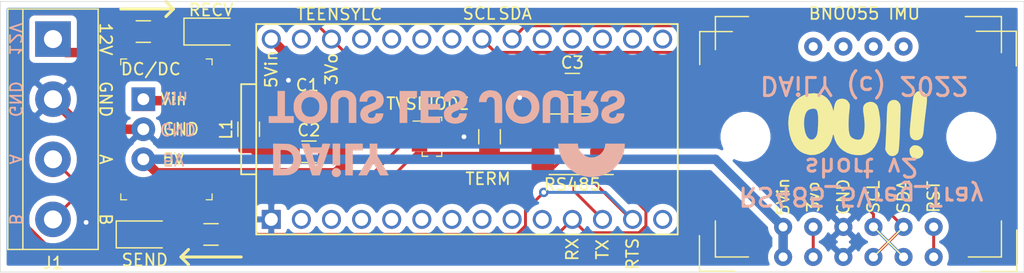
<source format=kicad_pcb>
(kicad_pcb (version 20171130) (host pcbnew "(5.1.6)-1")

  (general
    (thickness 1.6)
    (drawings 44)
    (tracks 106)
    (zones 0)
    (modules 19)
    (nets 41)
  )

  (page USLetter)
  (title_block
    (title "DTLJ RS485 5Vreg Tray Short")
    (date 2022-04-26)
    (rev v2)
    (company "Daily tous les jours")
    (comment 1 Eva)
  )

  (layers
    (0 F.Cu signal)
    (31 B.Cu signal)
    (32 B.Adhes user)
    (33 F.Adhes user)
    (34 B.Paste user)
    (35 F.Paste user)
    (36 B.SilkS user)
    (37 F.SilkS user)
    (38 B.Mask user)
    (39 F.Mask user)
    (40 Dwgs.User user)
    (41 Cmts.User user)
    (42 Eco1.User user)
    (43 Eco2.User user)
    (44 Edge.Cuts user)
    (45 Margin user)
    (46 B.CrtYd user)
    (47 F.CrtYd user)
    (48 B.Fab user)
    (49 F.Fab user hide)
  )

  (setup
    (last_trace_width 0.25)
    (user_trace_width 0.25)
    (user_trace_width 0.8)
    (trace_clearance 0.2)
    (zone_clearance 0.508)
    (zone_45_only no)
    (trace_min 0.2)
    (via_size 0.8)
    (via_drill 0.4)
    (via_min_size 0.4)
    (via_min_drill 0.3)
    (uvia_size 0.3)
    (uvia_drill 0.1)
    (uvias_allowed no)
    (uvia_min_size 0.2)
    (uvia_min_drill 0.1)
    (edge_width 0.05)
    (segment_width 0.2)
    (pcb_text_width 0.3)
    (pcb_text_size 1.5 1.5)
    (mod_edge_width 0.12)
    (mod_text_size 1 1)
    (mod_text_width 0.15)
    (pad_size 1.6 1.6)
    (pad_drill 1.1)
    (pad_to_mask_clearance 0.05)
    (aux_axis_origin 0 0)
    (visible_elements 7FFFFFFF)
    (pcbplotparams
      (layerselection 0x010fc_ffffffff)
      (usegerberextensions false)
      (usegerberattributes true)
      (usegerberadvancedattributes true)
      (creategerberjobfile true)
      (excludeedgelayer true)
      (linewidth 0.100000)
      (plotframeref false)
      (viasonmask false)
      (mode 1)
      (useauxorigin false)
      (hpglpennumber 1)
      (hpglpenspeed 20)
      (hpglpendiameter 15.000000)
      (psnegative false)
      (psa4output false)
      (plotreference true)
      (plotvalue true)
      (plotinvisibletext false)
      (padsonsilk false)
      (subtractmaskfromsilk false)
      (outputformat 1)
      (mirror false)
      (drillshape 0)
      (scaleselection 1)
      (outputdirectory "gerber_v2_short_220426/fab/"))
  )

  (net 0 "")
  (net 1 /12V)
  (net 2 GND)
  (net 3 "Net-(C2-Pad1)")
  (net 4 +3V3)
  (net 5 /B)
  (net 6 /A)
  (net 7 +5V)
  (net 8 "Net-(R1-Pad1)")
  (net 9 /RX)
  (net 10 /RTS)
  (net 11 "Net-(R2-Pad1)")
  (net 12 "Net-(U1-Pad20)")
  (net 13 "Net-(U1-Pad14)")
  (net 14 "Net-(U1-Pad21)")
  (net 15 "Net-(U1-Pad22)")
  (net 16 "Net-(U1-Pad23)")
  (net 17 "Net-(U1-Pad24)")
  (net 18 /SDA0)
  (net 19 /SCL0)
  (net 20 "Net-(U1-Pad27)")
  (net 21 "Net-(U1-Pad28)")
  (net 22 "Net-(U1-Pad29)")
  (net 23 "Net-(U1-Pad30)")
  (net 24 "Net-(U1-Pad32)")
  (net 25 /TX)
  (net 26 "Net-(U1-Pad10)")
  (net 27 "Net-(U1-Pad9)")
  (net 28 "Net-(U1-Pad8)")
  (net 29 "Net-(U1-Pad7)")
  (net 30 "Net-(U1-Pad6)")
  (net 31 "Net-(U1-Pad5)")
  (net 32 "Net-(U1-Pad4)")
  (net 33 "Net-(U1-Pad3)")
  (net 34 "Net-(U1-Pad2)")
  (net 35 "Net-(U4-Pad2)")
  (net 36 "Net-(U4-Pad6)")
  (net 37 "Net-(U4-Pad7)")
  (net 38 "Net-(U4-Pad8)")
  (net 39 "Net-(U4-Pad9)")
  (net 40 "Net-(U4-Pad10)")

  (net_class Default "This is the default net class."
    (clearance 0.2)
    (trace_width 0.25)
    (via_dia 0.8)
    (via_drill 0.4)
    (uvia_dia 0.3)
    (uvia_drill 0.1)
    (add_net +3V3)
    (add_net /A)
    (add_net /B)
    (add_net /RTS)
    (add_net /RX)
    (add_net /SCL0)
    (add_net /SDA0)
    (add_net /TX)
    (add_net GND)
    (add_net "Net-(C2-Pad1)")
    (add_net "Net-(R1-Pad1)")
    (add_net "Net-(R2-Pad1)")
    (add_net "Net-(U1-Pad10)")
    (add_net "Net-(U1-Pad14)")
    (add_net "Net-(U1-Pad2)")
    (add_net "Net-(U1-Pad20)")
    (add_net "Net-(U1-Pad21)")
    (add_net "Net-(U1-Pad22)")
    (add_net "Net-(U1-Pad23)")
    (add_net "Net-(U1-Pad24)")
    (add_net "Net-(U1-Pad27)")
    (add_net "Net-(U1-Pad28)")
    (add_net "Net-(U1-Pad29)")
    (add_net "Net-(U1-Pad3)")
    (add_net "Net-(U1-Pad30)")
    (add_net "Net-(U1-Pad32)")
    (add_net "Net-(U1-Pad4)")
    (add_net "Net-(U1-Pad5)")
    (add_net "Net-(U1-Pad6)")
    (add_net "Net-(U1-Pad7)")
    (add_net "Net-(U1-Pad8)")
    (add_net "Net-(U1-Pad9)")
    (add_net "Net-(U4-Pad10)")
    (add_net "Net-(U4-Pad2)")
    (add_net "Net-(U4-Pad6)")
    (add_net "Net-(U4-Pad7)")
    (add_net "Net-(U4-Pad8)")
    (add_net "Net-(U4-Pad9)")
  )

  (net_class Power ""
    (clearance 0.5)
    (trace_width 0.8)
    (via_dia 0.8)
    (via_drill 0.4)
    (uvia_dia 0.3)
    (uvia_drill 0.1)
    (add_net +5V)
    (add_net /12V)
  )

  (module rs485_5vreg_tray:BNO055_adafruit_bothversions (layer F.Cu) (tedit 615F6AF1) (tstamp 613007FB)
    (at 109.855 104.14)
    (path /612E76F8)
    (fp_text reference "BNO055 IMU" (at 13.843 -1.524) (layer F.SilkS)
      (effects (font (size 1 1) (thickness 0.15)))
    )
    (fp_text value BNO055_adafruit (at 12.7 -1.905) (layer F.Fab)
      (effects (font (size 1 1) (thickness 0.15)))
    )
    (fp_line (start 0 20.325) (end 0 0.025) (layer F.Fab) (width 0.12))
    (fp_line (start 26.675 20.325) (end 0 20.325) (layer F.Fab) (width 0.12))
    (fp_line (start 26.675 0) (end 26.675 20.325) (layer F.Fab) (width 0.12))
    (fp_line (start 0 0) (end 26.675 0) (layer F.Fab) (width 0.12))
    (fp_line (start 7.874 0) (end 7.874 2.54) (layer F.CrtYd) (width 0.12))
    (fp_line (start 7.874 2.54) (end 18.542 2.54) (layer F.CrtYd) (width 0.12))
    (fp_line (start 18.542 2.54) (end 18.542 0) (layer F.CrtYd) (width 0.12))
    (fp_line (start 18.542 0) (end 7.874 0) (layer F.CrtYd) (width 0.12))
    (fp_line (start 5.588 17.78) (end 5.588 20.32) (layer F.CrtYd) (width 0.12))
    (fp_line (start 5.588 20.32) (end 21.082 20.32) (layer F.CrtYd) (width 0.12))
    (fp_line (start 21.082 20.32) (end 21.082 17.78) (layer F.CrtYd) (width 0.12))
    (fp_line (start 21.082 17.78) (end 5.588 17.78) (layer F.CrtYd) (width 0.12))
    (fp_line (start 2.7 0) (end -0.05 0) (layer F.SilkS) (width 0.12))
    (fp_line (start -0.05 0) (end -0.05 2.775) (layer F.SilkS) (width 0.12))
    (fp_line (start -0.05 2.775) (end -0.05 2.725) (layer F.SilkS) (width 0.12))
    (fp_line (start -0.075 17.25) (end -0.075 20.25) (layer F.SilkS) (width 0.12))
    (fp_line (start -0.075 20.25) (end 2.9 20.25) (layer F.SilkS) (width 0.12))
    (fp_line (start 23.625 20.275) (end 26.7 20.275) (layer F.SilkS) (width 0.12))
    (fp_line (start 26.7 20.275) (end 26.7 16.775) (layer F.SilkS) (width 0.12))
    (fp_line (start 26.65 2.9) (end 26.65 -0.025) (layer F.SilkS) (width 0.12))
    (fp_line (start 26.65 -0.025) (end 23.275 -0.025) (layer F.SilkS) (width 0.12))
    (fp_line (start 1.27 -1.27) (end 25.4 -1.27) (layer F.Fab) (width 0.12))
    (fp_line (start 1.27 19.05) (end 25.4 19.05) (layer F.Fab) (width 0.12))
    (fp_line (start 1.27 19.05) (end 1.27 -1.27) (layer F.Fab) (width 0.12))
    (fp_line (start 25.4 -1.27) (end 25.4 19.05) (layer F.Fab) (width 0.12))
    (fp_line (start 1.27 -1.27) (end 1.27 1.524) (layer F.SilkS) (width 0.12))
    (fp_line (start 1.27 -1.27) (end 4.064 -1.27) (layer F.SilkS) (width 0.12))
    (fp_line (start 22.352 -1.27) (end 25.4 -1.27) (layer F.SilkS) (width 0.12))
    (fp_line (start 25.4 -1.27) (end 25.4 1.778) (layer F.SilkS) (width 0.12))
    (fp_line (start 25.4 16.002) (end 25.4 19.05) (layer F.SilkS) (width 0.12))
    (fp_line (start 25.4 19.05) (end 22.606 19.05) (layer F.SilkS) (width 0.12))
    (fp_line (start 1.27 16.002) (end 1.27 19.05) (layer F.SilkS) (width 0.12))
    (fp_line (start 4.064 19.05) (end 1.27 19.05) (layer F.SilkS) (width 0.12))
    (pad 1 thru_hole circle (at 6.985 19.05) (size 1.524 1.524) (drill 0.762) (layers *.Cu *.Mask)
      (net 7 +5V))
    (pad 2 thru_hole circle (at 9.525 19.05) (size 1.524 1.524) (drill 0.762) (layers *.Cu *.Mask)
      (net 35 "Net-(U4-Pad2)"))
    (pad 3 thru_hole circle (at 12.065 19.05) (size 1.524 1.524) (drill 0.762) (layers *.Cu *.Mask)
      (net 2 GND))
    (pad 4 thru_hole circle (at 14.605 19.05) (size 1.524 1.524) (drill 0.762) (layers *.Cu *.Mask)
      (net 18 /SDA0))
    (pad 5 thru_hole circle (at 17.145 19.05) (size 1.524 1.524) (drill 0.762) (layers *.Cu *.Mask)
      (net 19 /SCL0))
    (pad 6 thru_hole circle (at 19.685 19.05) (size 1.524 1.524) (drill 0.762) (layers *.Cu *.Mask)
      (net 36 "Net-(U4-Pad6)"))
    (pad 7 thru_hole circle (at 9.525 1.27) (size 1.524 1.524) (drill 0.762) (layers *.Cu *.Mask)
      (net 37 "Net-(U4-Pad7)"))
    (pad 8 thru_hole circle (at 12.065 1.27) (size 1.524 1.524) (drill 0.762) (layers *.Cu *.Mask)
      (net 38 "Net-(U4-Pad8)"))
    (pad 9 thru_hole circle (at 14.605 1.27) (size 1.524 1.524) (drill 0.762) (layers *.Cu *.Mask)
      (net 39 "Net-(U4-Pad9)"))
    (pad 10 thru_hole circle (at 17.145 1.27) (size 1.524 1.524) (drill 0.762) (layers *.Cu *.Mask)
      (net 40 "Net-(U4-Pad10)"))
    (pad 1 thru_hole circle (at 6.985 16.51) (size 1.524 1.524) (drill 0.762) (layers *.Cu *.Mask)
      (net 7 +5V))
    (pad 2 thru_hole circle (at 9.525 16.51) (size 1.524 1.524) (drill 0.762) (layers *.Cu *.Mask)
      (net 35 "Net-(U4-Pad2)"))
    (pad 3 thru_hole circle (at 12.065 16.51) (size 1.524 1.524) (drill 0.762) (layers *.Cu *.Mask)
      (net 2 GND))
    (pad 5 thru_hole circle (at 14.605 16.51) (size 1.524 1.524) (drill 0.762) (layers *.Cu *.Mask)
      (net 19 /SCL0))
    (pad 4 thru_hole circle (at 17.145 16.51) (size 1.524 1.524) (drill 0.762) (layers *.Cu *.Mask)
      (net 18 /SDA0))
    (pad 6 thru_hole circle (at 19.685 16.51) (size 1.524 1.524) (drill 0.762) (layers *.Cu *.Mask)
      (net 36 "Net-(U4-Pad6)"))
  )

  (module custom_logos:DTLJ_logo_arc_30mm (layer B.Cu) (tedit 0) (tstamp 612FB5C1)
    (at 88.392 112.776)
    (fp_text reference G*** (at 0 0) (layer B.SilkS) hide
      (effects (font (size 1.524 1.524) (thickness 0.3)) (justify mirror))
    )
    (fp_text value LOGO (at 0.75 0) (layer B.SilkS) hide
      (effects (font (size 1.524 1.524) (thickness 0.3)) (justify mirror))
    )
    (fp_poly (pts (xy -11.126698 -0.881641) (xy -10.904869 -0.939381) (xy -10.70074 -1.026802) (xy -10.697307 -1.028628)
      (xy -10.57903 -1.105091) (xy -10.457145 -1.206932) (xy -10.341815 -1.323922) (xy -10.243201 -1.445831)
      (xy -10.176095 -1.553308) (xy -10.112456 -1.685701) (xy -10.067113 -1.806302) (xy -10.037406 -1.926812)
      (xy -10.020675 -2.058931) (xy -10.014259 -2.21436) (xy -10.013947 -2.266462) (xy -10.014848 -2.3869)
      (xy -10.018261 -2.47832) (xy -10.025251 -2.550752) (xy -10.036882 -2.614227) (xy -10.054221 -2.678777)
      (xy -10.059588 -2.696308) (xy -10.126941 -2.878643) (xy -10.209755 -3.035192) (xy -10.315464 -3.178414)
      (xy -10.405248 -3.275587) (xy -10.528314 -3.388546) (xy -10.651308 -3.476393) (xy -10.786961 -3.546831)
      (xy -10.948005 -3.607559) (xy -10.961077 -3.611813) (xy -11.078404 -3.640042) (xy -11.220177 -3.659281)
      (xy -11.374431 -3.669205) (xy -11.529199 -3.669486) (xy -11.672515 -3.6598) (xy -11.792413 -3.639819)
      (xy -11.811 -3.634988) (xy -11.907088 -3.607801) (xy -11.976811 -3.586492) (xy -12.031542 -3.566793)
      (xy -12.082652 -3.54444) (xy -12.141515 -3.515164) (xy -12.170963 -3.499945) (xy -12.279276 -3.430679)
      (xy -12.393742 -3.335323) (xy -12.504834 -3.223583) (xy -12.603025 -3.105164) (xy -12.678789 -2.98977)
      (xy -12.687272 -2.974009) (xy -12.748491 -2.847291) (xy -12.79235 -2.731006) (xy -12.821342 -2.613976)
      (xy -12.837963 -2.485025) (xy -12.844707 -2.332975) (xy -12.845199 -2.266462) (xy -12.192 -2.266462)
      (xy -12.176275 -2.458606) (xy -12.130465 -2.630214) (xy -12.056617 -2.779011) (xy -11.956775 -2.902721)
      (xy -11.832986 -2.999068) (xy -11.687296 -3.065775) (xy -11.521751 -3.100568) (xy -11.437943 -3.105245)
      (xy -11.299484 -3.09541) (xy -11.191638 -3.069558) (xy -11.033593 -2.996313) (xy -10.902523 -2.89543)
      (xy -10.79946 -2.768488) (xy -10.725432 -2.617071) (xy -10.681471 -2.442759) (xy -10.668463 -2.266462)
      (xy -10.684486 -2.078109) (xy -10.730902 -1.908234) (xy -10.805235 -1.759574) (xy -10.90501 -1.634867)
      (xy -11.027748 -1.536851) (xy -11.170975 -1.468265) (xy -11.332213 -1.431846) (xy -11.428174 -1.426519)
      (xy -11.602948 -1.44415) (xy -11.759137 -1.494899) (xy -11.894638 -1.576455) (xy -12.007347 -1.686504)
      (xy -12.095163 -1.822734) (xy -12.155982 -1.982834) (xy -12.187703 -2.164492) (xy -12.192 -2.266462)
      (xy -12.845199 -2.266462) (xy -12.84407 -2.141456) (xy -12.840043 -2.045626) (xy -12.83216 -1.96912)
      (xy -12.819463 -1.902087) (xy -12.804257 -1.845488) (xy -12.719369 -1.623509) (xy -12.604819 -1.426612)
      (xy -12.461904 -1.256037) (xy -12.291923 -1.113023) (xy -12.096174 -0.99881) (xy -11.875954 -0.914638)
      (xy -11.811 -0.896852) (xy -11.588503 -0.859343) (xy -11.35749 -0.854617) (xy -11.126698 -0.881641)) (layer B.SilkS) (width 0.01))
    (fp_poly (pts (xy -9.081368 -1.870838) (xy -9.075615 -2.823368) (xy -9.01939 -2.91221) (xy -8.938314 -3.007649)
      (xy -8.838843 -3.073976) (xy -8.727729 -3.11127) (xy -8.611724 -3.11961) (xy -8.497576 -3.099076)
      (xy -8.392039 -3.049748) (xy -8.301862 -2.971705) (xy -8.253279 -2.903183) (xy -8.196384 -2.80377)
      (xy -8.184862 -0.918308) (xy -7.561384 -0.918308) (xy -7.561384 -1.898834) (xy -7.56151 -2.124351)
      (xy -7.561959 -2.314339) (xy -7.562837 -2.472343) (xy -7.564251 -2.60191) (xy -7.566309 -2.706587)
      (xy -7.569115 -2.78992) (xy -7.572777 -2.855456) (xy -7.577403 -2.906741) (xy -7.583097 -2.947321)
      (xy -7.589967 -2.980744) (xy -7.594428 -2.997872) (xy -7.661728 -3.172148) (xy -7.759163 -3.321873)
      (xy -7.885864 -3.446289) (xy -8.040966 -3.544634) (xy -8.223599 -3.616148) (xy -8.32945 -3.642538)
      (xy -8.488574 -3.664437) (xy -8.663636 -3.670277) (xy -8.836062 -3.660099) (xy -8.956652 -3.641096)
      (xy -9.152491 -3.582571) (xy -9.320304 -3.496863) (xy -9.46035 -3.383747) (xy -9.572888 -3.242999)
      (xy -9.658179 -3.074396) (xy -9.677886 -3.020162) (xy -9.686858 -2.991608) (xy -9.694422 -2.961628)
      (xy -9.700729 -2.926653) (xy -9.705932 -2.883119) (xy -9.710182 -2.82746) (xy -9.713632 -2.756109)
      (xy -9.716433 -2.665501) (xy -9.718738 -2.552069) (xy -9.720697 -2.412248) (xy -9.722464 -2.242472)
      (xy -9.72419 -2.039174) (xy -9.725191 -1.909885) (xy -9.732721 -0.918308) (xy -9.087122 -0.918308)
      (xy -9.081368 -1.870838)) (layer B.SilkS) (width 0.01))
    (fp_poly (pts (xy -6.090782 -0.861751) (xy -5.939199 -0.889814) (xy -5.791597 -0.940765) (xy -5.754077 -0.957183)
      (xy -5.602164 -1.045074) (xy -5.479598 -1.157923) (xy -5.385807 -1.296547) (xy -5.320217 -1.461766)
      (xy -5.285814 -1.626577) (xy -5.27299 -1.719385) (xy -5.915159 -1.719385) (xy -5.927984 -1.63918)
      (xy -5.958606 -1.529279) (xy -6.014188 -1.443465) (xy -6.067696 -1.39491) (xy -6.116982 -1.363223)
      (xy -6.168723 -1.346684) (xy -6.239353 -1.340571) (xy -6.258217 -1.340169) (xy -6.3817 -1.350126)
      (xy -6.474568 -1.384232) (xy -6.537091 -1.442696) (xy -6.569542 -1.525731) (xy -6.574692 -1.586217)
      (xy -6.569029 -1.653354) (xy -6.547003 -1.70256) (xy -6.518269 -1.736635) (xy -6.450655 -1.791902)
      (xy -6.347822 -1.852988) (xy -6.208834 -1.92037) (xy -6.032758 -1.994529) (xy -5.95923 -2.023316)
      (xy -5.860347 -2.062695) (xy -5.767522 -2.102023) (xy -5.690674 -2.136947) (xy -5.639721 -2.163113)
      (xy -5.636846 -2.164828) (xy -5.493727 -2.273012) (xy -5.381881 -2.402629) (xy -5.302657 -2.549984)
      (xy -5.257403 -2.711382) (xy -5.247465 -2.883128) (xy -5.274194 -3.061525) (xy -5.289751 -3.116385)
      (xy -5.355778 -3.262571) (xy -5.454421 -3.391797) (xy -5.581676 -3.50075) (xy -5.733543 -3.586117)
      (xy -5.906017 -3.644582) (xy -5.935769 -3.651326) (xy -6.033263 -3.664757) (xy -6.155236 -3.671052)
      (xy -6.288402 -3.670512) (xy -6.419475 -3.663438) (xy -6.535167 -3.650129) (xy -6.604 -3.636199)
      (xy -6.789763 -3.570137) (xy -6.946418 -3.478014) (xy -7.073814 -3.360009) (xy -7.171802 -3.216296)
      (xy -7.240231 -3.047053) (xy -7.278953 -2.852457) (xy -7.280539 -2.837962) (xy -7.293242 -2.715846)
      (xy -6.64852 -2.715846) (xy -6.63687 -2.814209) (xy -6.604686 -2.932028) (xy -6.541406 -3.031059)
      (xy -6.452253 -3.106933) (xy -6.342452 -3.155276) (xy -6.217227 -3.171718) (xy -6.209775 -3.171605)
      (xy -6.092204 -3.154442) (xy -5.998748 -3.110665) (xy -5.932506 -3.042965) (xy -5.896576 -2.954039)
      (xy -5.890846 -2.894285) (xy -5.895184 -2.830946) (xy -5.910706 -2.776226) (xy -5.941176 -2.727214)
      (xy -5.990358 -2.680997) (xy -6.062013 -2.634662) (xy -6.159905 -2.585297) (xy -6.287798 -2.529988)
      (xy -6.439362 -2.469732) (xy -6.577807 -2.415455) (xy -6.685768 -2.371222) (xy -6.769478 -2.333716)
      (xy -6.835174 -2.299616) (xy -6.889092 -2.265605) (xy -6.937467 -2.228364) (xy -6.986534 -2.184574)
      (xy -7.001264 -2.170671) (xy -7.105584 -2.04564) (xy -7.177338 -1.902859) (xy -7.215686 -1.747392)
      (xy -7.219789 -1.584301) (xy -7.188808 -1.418651) (xy -7.145196 -1.302574) (xy -7.062707 -1.168626)
      (xy -6.949554 -1.056629) (xy -6.808223 -0.967848) (xy -6.641204 -0.903549) (xy -6.450983 -0.864998)
      (xy -6.262077 -0.853362) (xy -6.090782 -0.861751)) (layer B.SilkS) (width 0.01))
    (fp_poly (pts (xy 0.973227 -0.866056) (xy 1.149412 -0.904157) (xy 1.313154 -0.966927) (xy 1.448237 -1.047471)
      (xy 1.544913 -1.137402) (xy 1.630036 -1.253136) (xy 1.697843 -1.383612) (xy 1.742571 -1.517767)
      (xy 1.758462 -1.642972) (xy 1.758462 -1.719385) (xy 1.135002 -1.719385) (xy 1.121706 -1.646116)
      (xy 1.084511 -1.524181) (xy 1.022982 -1.432594) (xy 0.937636 -1.371809) (xy 0.828994 -1.342282)
      (xy 0.77177 -1.339318) (xy 0.654818 -1.35336) (xy 0.563298 -1.3925) (xy 0.499928 -1.454587)
      (xy 0.46743 -1.537468) (xy 0.463595 -1.583182) (xy 0.471997 -1.645329) (xy 0.499313 -1.702766)
      (xy 0.548706 -1.757814) (xy 0.623339 -1.812796) (xy 0.726375 -1.870033) (xy 0.860977 -1.931846)
      (xy 1.030308 -2.000557) (xy 1.034419 -2.002153) (xy 1.186691 -2.062978) (xy 1.307677 -2.115856)
      (xy 1.4035 -2.164137) (xy 1.48028 -2.21117) (xy 1.544142 -2.260305) (xy 1.595805 -2.309271)
      (xy 1.685834 -2.429019) (xy 1.749446 -2.570575) (xy 1.785908 -2.726297) (xy 1.794486 -2.888542)
      (xy 1.774447 -3.049668) (xy 1.72506 -3.202033) (xy 1.688331 -3.27391) (xy 1.600539 -3.388241)
      (xy 1.481695 -3.489544) (xy 1.338949 -3.573026) (xy 1.179446 -3.633894) (xy 1.133231 -3.646118)
      (xy 1.040615 -3.66104) (xy 0.923556 -3.669371) (xy 0.794204 -3.671283) (xy 0.664709 -3.666946)
      (xy 0.547219 -3.656531) (xy 0.453884 -3.640209) (xy 0.439616 -3.636376) (xy 0.358277 -3.61026)
      (xy 0.276381 -3.580106) (xy 0.234462 -3.562568) (xy 0.146068 -3.51058) (xy 0.052069 -3.435885)
      (xy -0.034609 -3.350181) (xy -0.101041 -3.265166) (xy -0.109684 -3.251123) (xy -0.161961 -3.141876)
      (xy -0.203263 -3.017077) (xy -0.228652 -2.893872) (xy -0.234312 -2.818423) (xy -0.234461 -2.715846)
      (xy 0.387335 -2.715846) (xy 0.400876 -2.798885) (xy 0.429569 -2.89951) (xy 0.478297 -2.994751)
      (xy 0.539434 -3.071459) (xy 0.576392 -3.101512) (xy 0.677781 -3.150376) (xy 0.783538 -3.17195)
      (xy 0.887304 -3.168401) (xy 0.982723 -3.141899) (xy 1.063436 -3.094612) (xy 1.123086 -3.028708)
      (xy 1.155315 -2.946355) (xy 1.159182 -2.902733) (xy 1.153019 -2.832993) (xy 1.1322 -2.77238)
      (xy 1.092945 -2.717798) (xy 1.03147 -2.666151) (xy 0.943994 -2.614343) (xy 0.826735 -2.559278)
      (xy 0.675911 -2.497859) (xy 0.654539 -2.489592) (xy 0.477716 -2.419484) (xy 0.333752 -2.357086)
      (xy 0.217967 -2.299245) (xy 0.125683 -2.242807) (xy 0.052222 -2.184619) (xy -0.007094 -2.121527)
      (xy -0.056944 -2.050377) (xy -0.093123 -1.985591) (xy -0.126141 -1.919146) (xy -0.147067 -1.866692)
      (xy -0.158657 -1.815376) (xy -0.163665 -1.75235) (xy -0.164847 -1.664762) (xy -0.164863 -1.651)
      (xy -0.156908 -1.49861) (xy -0.130553 -1.372419) (xy -0.082401 -1.262543) (xy -0.009057 -1.159098)
      (xy 0.012847 -1.133935) (xy 0.129424 -1.032109) (xy 0.271921 -0.952642) (xy 0.433944 -0.895917)
      (xy 0.609098 -0.862322) (xy 0.790991 -0.85224) (xy 0.973227 -0.866056)) (layer B.SilkS) (width 0.01))
    (fp_poly (pts (xy 4.742792 -1.919654) (xy 4.741049 -2.152207) (xy 4.739271 -2.349338) (xy 4.737118 -2.514703)
      (xy 4.734251 -2.651955) (xy 4.73033 -2.76475) (xy 4.725016 -2.856741) (xy 4.717969 -2.931583)
      (xy 4.708852 -2.99293) (xy 4.697323 -3.044438) (xy 4.683044 -3.08976) (xy 4.665676 -3.132551)
      (xy 4.64488 -3.176465) (xy 4.621868 -3.2221) (xy 4.554695 -3.32593) (xy 4.463905 -3.427502)
      (xy 4.362019 -3.514227) (xy 4.281798 -3.564024) (xy 4.17223 -3.606855) (xy 4.038226 -3.64055)
      (xy 3.892975 -3.663329) (xy 3.749667 -3.673416) (xy 3.621492 -3.66903) (xy 3.56577 -3.66056)
      (xy 3.384096 -3.612015) (xy 3.234089 -3.547636) (xy 3.110657 -3.464849) (xy 3.035309 -3.392315)
      (xy 2.930062 -3.24868) (xy 2.852353 -3.086169) (xy 2.805982 -2.914475) (xy 2.794 -2.776526)
      (xy 2.794 -2.67677) (xy 3.414794 -2.67677) (xy 3.42803 -2.76503) (xy 3.461667 -2.898901)
      (xy 3.517465 -3.001083) (xy 3.595049 -3.071195) (xy 3.694044 -3.108855) (xy 3.771922 -3.115743)
      (xy 3.881259 -3.09883) (xy 3.971989 -3.048536) (xy 4.046293 -2.963459) (xy 4.069065 -2.924753)
      (xy 4.079015 -2.905434) (xy 4.087354 -2.885595) (xy 4.094249 -2.861745) (xy 4.099867 -2.830391)
      (xy 4.104375 -2.788042) (xy 4.107939 -2.731205) (xy 4.110726 -2.656389) (xy 4.112903 -2.560101)
      (xy 4.114636 -2.43885) (xy 4.116091 -2.289144) (xy 4.117437 -2.10749) (xy 4.118839 -1.890396)
      (xy 4.1189 -1.880577) (xy 4.124954 -0.918308) (xy 4.750109 -0.918308) (xy 4.742792 -1.919654)) (layer B.SilkS) (width 0.01))
    (fp_poly (pts (xy 6.621999 -0.859318) (xy 6.872351 -0.908223) (xy 7.096324 -0.985889) (xy 7.293815 -1.092228)
      (xy 7.464719 -1.227154) (xy 7.608932 -1.390581) (xy 7.726347 -1.582421) (xy 7.816862 -1.802588)
      (xy 7.8364 -1.865923) (xy 7.857587 -1.948261) (xy 7.871192 -2.027504) (xy 7.878656 -2.116431)
      (xy 7.881418 -2.22782) (xy 7.881546 -2.266462) (xy 7.879886 -2.386828) (xy 7.873945 -2.480999)
      (xy 7.862284 -2.561751) (xy 7.843462 -2.641863) (xy 7.8364 -2.667) (xy 7.752799 -2.894028)
      (xy 7.641153 -3.094095) (xy 7.50195 -3.266686) (xy 7.335679 -3.411289) (xy 7.142829 -3.52739)
      (xy 6.938431 -3.60986) (xy 6.868864 -3.630284) (xy 6.801478 -3.644621) (xy 6.726028 -3.654156)
      (xy 6.632269 -3.660173) (xy 6.509955 -3.663956) (xy 6.506308 -3.664036) (xy 6.401027 -3.66561)
      (xy 6.306304 -3.665701) (xy 6.230671 -3.664395) (xy 6.182663 -3.661782) (xy 6.174154 -3.660612)
      (xy 6.046054 -3.628668) (xy 5.910367 -3.583566) (xy 5.785149 -3.531707) (xy 5.72477 -3.501243)
      (xy 5.535461 -3.375326) (xy 5.374599 -3.223512) (xy 5.243344 -3.047874) (xy 5.142858 -2.85049)
      (xy 5.074303 -2.633434) (xy 5.038839 -2.398782) (xy 5.033857 -2.266462) (xy 5.035788 -2.239223)
      (xy 5.692429 -2.239223) (xy 5.704645 -2.417178) (xy 5.750467 -2.600107) (xy 5.823711 -2.757752)
      (xy 5.922393 -2.88828) (xy 6.044529 -2.989857) (xy 6.188135 -3.060649) (xy 6.351226 -3.098822)
      (xy 6.449031 -3.105255) (xy 6.536959 -3.100912) (xy 6.627752 -3.088285) (xy 6.680118 -3.076103)
      (xy 6.830926 -3.011607) (xy 6.961994 -2.915273) (xy 7.070322 -2.79057) (xy 7.152911 -2.640971)
      (xy 7.206759 -2.469946) (xy 7.207639 -2.465769) (xy 7.228013 -2.285156) (xy 7.215254 -2.108007)
      (xy 7.171459 -1.939888) (xy 7.098726 -1.786363) (xy 6.999152 -1.652997) (xy 6.874833 -1.545356)
      (xy 6.856113 -1.532999) (xy 6.727241 -1.472005) (xy 6.580068 -1.437273) (xy 6.425005 -1.428931)
      (xy 6.272465 -1.447107) (xy 6.132859 -1.491929) (xy 6.072814 -1.523362) (xy 5.94525 -1.623103)
      (xy 5.841135 -1.75013) (xy 5.762763 -1.898872) (xy 5.71243 -2.063759) (xy 5.692429 -2.239223)
      (xy 5.035788 -2.239223) (xy 5.051102 -2.023232) (xy 5.102061 -1.796485) (xy 5.185573 -1.588296)
      (xy 5.300477 -1.400742) (xy 5.445611 -1.235898) (xy 5.619814 -1.095839) (xy 5.72477 -1.031681)
      (xy 5.908895 -0.948604) (xy 6.112446 -0.889253) (xy 6.323301 -0.855956) (xy 6.529342 -0.851041)
      (xy 6.621999 -0.859318)) (layer B.SilkS) (width 0.01))
    (fp_poly (pts (xy 8.792308 -1.798656) (xy 8.79277 -2.045643) (xy 8.794175 -2.254774) (xy 8.79655 -2.427261)
      (xy 8.799926 -2.564313) (xy 8.80433 -2.667141) (xy 8.80979 -2.736956) (xy 8.815143 -2.770694)
      (xy 8.864491 -2.89734) (xy 8.942137 -3.000041) (xy 9.024592 -3.063252) (xy 9.083206 -3.093008)
      (xy 9.140652 -3.108944) (xy 9.213544 -3.114875) (xy 9.251326 -3.115299) (xy 9.384223 -3.100539)
      (xy 9.493297 -3.055383) (xy 9.580825 -2.978519) (xy 9.637113 -2.892837) (xy 9.691077 -2.789538)
      (xy 9.691077 -0.918308) (xy 10.335847 -0.918308) (xy 10.335847 -1.872567) (xy 10.335756 -2.092544)
      (xy 10.335397 -2.277216) (xy 10.334638 -2.430355) (xy 10.33335 -2.555732) (xy 10.3314 -2.657119)
      (xy 10.328658 -2.738287) (xy 10.324994 -2.803008) (xy 10.320276 -2.855054) (xy 10.314374 -2.898197)
      (xy 10.307157 -2.936207) (xy 10.298494 -2.972857) (xy 10.29755 -2.976564) (xy 10.271939 -3.062253)
      (xy 10.240998 -3.145271) (xy 10.211249 -3.208193) (xy 10.210121 -3.21014) (xy 10.105182 -3.351288)
      (xy 9.971213 -3.468422) (xy 9.810993 -3.560229) (xy 9.627299 -3.625393) (xy 9.42291 -3.6626)
      (xy 9.235531 -3.671269) (xy 9.136856 -3.667196) (xy 9.035666 -3.658147) (xy 8.950481 -3.645884)
      (xy 8.934158 -3.642589) (xy 8.739979 -3.584816) (xy 8.575324 -3.502453) (xy 8.438303 -3.394151)
      (xy 8.327027 -3.25856) (xy 8.27691 -3.173391) (xy 8.25341 -3.12629) (xy 8.233529 -3.079837)
      (xy 8.216967 -3.030415) (xy 8.203422 -2.974402) (xy 8.192591 -2.908181) (xy 8.184173 -2.82813)
      (xy 8.177865 -2.730632) (xy 8.173365 -2.612067) (xy 8.170373 -2.468815) (xy 8.168585 -2.297256)
      (xy 8.167699 -2.093773) (xy 8.167417 -1.861039) (xy 8.167077 -0.918308) (xy 8.792308 -0.918308)
      (xy 8.792308 -1.798656)) (layer B.SilkS) (width 0.01))
    (fp_poly (pts (xy 14.279208 -0.868816) (xy 14.469462 -0.912368) (xy 14.636449 -0.98342) (xy 14.778166 -1.080712)
      (xy 14.892607 -1.202988) (xy 14.977768 -1.34899) (xy 15.014013 -1.447582) (xy 15.032122 -1.525029)
      (xy 15.043101 -1.603745) (xy 15.044616 -1.635008) (xy 15.044616 -1.719385) (xy 14.42282 -1.719385)
      (xy 14.409267 -1.636346) (xy 14.373563 -1.52088) (xy 14.310104 -1.431501) (xy 14.221877 -1.370811)
      (xy 14.111866 -1.341414) (xy 14.068241 -1.338996) (xy 13.951072 -1.350052) (xy 13.862595 -1.385492)
      (xy 13.800071 -1.44648) (xy 13.794327 -1.455336) (xy 13.758922 -1.544449) (xy 13.761469 -1.63247)
      (xy 13.800903 -1.716114) (xy 13.876159 -1.792097) (xy 13.911347 -1.816644) (xy 13.959897 -1.843149)
      (xy 14.036408 -1.879684) (xy 14.132318 -1.922386) (xy 14.239061 -1.967394) (xy 14.302154 -1.992872)
      (xy 14.411162 -2.037044) (xy 14.514282 -2.08048) (xy 14.602974 -2.119463) (xy 14.668695 -2.150276)
      (xy 14.692923 -2.162939) (xy 14.824948 -2.257397) (xy 14.937032 -2.37653) (xy 15.009244 -2.489745)
      (xy 15.051921 -2.605112) (xy 15.077338 -2.741354) (xy 15.084385 -2.883762) (xy 15.071954 -3.017628)
      (xy 15.054375 -3.08868) (xy 14.981422 -3.254309) (xy 14.879781 -3.393479) (xy 14.749802 -3.505881)
      (xy 14.591837 -3.591203) (xy 14.426335 -3.64451) (xy 14.337606 -3.658742) (xy 14.222961 -3.667276)
      (xy 14.095102 -3.670133) (xy 13.966732 -3.667334) (xy 13.850551 -3.6589) (xy 13.759264 -3.644852)
      (xy 13.753058 -3.643399) (xy 13.580329 -3.585316) (xy 13.425447 -3.501046) (xy 13.294292 -3.394697)
      (xy 13.19274 -3.270377) (xy 13.173372 -3.238229) (xy 13.125785 -3.134859) (xy 13.086536 -3.014385)
      (xy 13.060305 -2.893756) (xy 13.051693 -2.797637) (xy 13.051693 -2.715846) (xy 13.673489 -2.715846)
      (xy 13.68703 -2.798885) (xy 13.705344 -2.868354) (xy 13.735287 -2.944343) (xy 13.747977 -2.969846)
      (xy 13.811301 -3.055831) (xy 13.89129 -3.117556) (xy 13.982275 -3.156142) (xy 14.07859 -3.172707)
      (xy 14.174568 -3.168373) (xy 14.264541 -3.144257) (xy 14.342842 -3.101482) (xy 14.403803 -3.041165)
      (xy 14.441758 -2.964427) (xy 14.451039 -2.872388) (xy 14.44555 -2.832018) (xy 14.429207 -2.780913)
      (xy 14.399204 -2.734167) (xy 14.351584 -2.68915) (xy 14.282388 -2.643234) (xy 14.18766 -2.59379)
      (xy 14.063443 -2.538191) (xy 13.906946 -2.47427) (xy 13.769951 -2.41965) (xy 13.663446 -2.376003)
      (xy 13.581487 -2.340176) (xy 13.518128 -2.30902) (xy 13.467425 -2.279384) (xy 13.423432 -2.248115)
      (xy 13.380205 -2.212065) (xy 13.33526 -2.171282) (xy 13.236605 -2.054979) (xy 13.167111 -1.919726)
      (xy 13.12668 -1.772097) (xy 13.115213 -1.618666) (xy 13.132612 -1.466006) (xy 13.178777 -1.320691)
      (xy 13.253611 -1.189295) (xy 13.351589 -1.082985) (xy 13.497637 -0.983148) (xy 13.669214 -0.911114)
      (xy 13.863506 -0.867781) (xy 14.067693 -0.854019) (xy 14.279208 -0.868816)) (layer B.SilkS) (width 0.01))
    (fp_poly (pts (xy -12.836769 -1.484923) (xy -13.57923 -1.484923) (xy -13.57923 -3.614616) (xy -14.204461 -3.614616)
      (xy -14.204461 -1.484923) (xy -14.946923 -1.484923) (xy -14.946923 -0.918308) (xy -12.836769 -0.918308)
      (xy -12.836769 -1.484923)) (layer B.SilkS) (width 0.01))
    (fp_poly (pts (xy -3.262923 -3.048) (xy -2.442307 -3.048) (xy -2.442307 -3.614616) (xy -3.907692 -3.614616)
      (xy -3.907692 -0.918308) (xy -3.262923 -0.918308) (xy -3.262923 -3.048)) (layer B.SilkS) (width 0.01))
    (fp_poly (pts (xy -0.488461 -1.445846) (xy -1.484923 -1.445846) (xy -1.484923 -2.032) (xy -0.488461 -2.032)
      (xy -0.488461 -2.520462) (xy -1.484923 -2.520462) (xy -1.484923 -3.087077) (xy -0.488461 -3.087077)
      (xy -0.488461 -3.614616) (xy -2.129692 -3.614616) (xy -2.129692 -0.918308) (xy -0.488461 -0.918308)
      (xy -0.488461 -1.445846)) (layer B.SilkS) (width 0.01))
    (fp_poly (pts (xy 11.434885 -0.922765) (xy 11.616349 -0.924962) (xy 11.763387 -0.927207) (xy 11.880651 -0.929791)
      (xy 11.972793 -0.933004) (xy 12.044462 -0.937137) (xy 12.100311 -0.94248) (xy 12.14499 -0.949323)
      (xy 12.18315 -0.957957) (xy 12.219442 -0.968672) (xy 12.231077 -0.972474) (xy 12.408046 -1.050156)
      (xy 12.558992 -1.155846) (xy 12.682261 -1.287006) (xy 12.7762 -1.441096) (xy 12.839154 -1.615576)
      (xy 12.86947 -1.807907) (xy 12.870277 -1.953846) (xy 12.842317 -2.155076) (xy 12.781234 -2.335779)
      (xy 12.687179 -2.495663) (xy 12.560302 -2.634432) (xy 12.497011 -2.686539) (xy 12.393955 -2.764693)
      (xy 12.625131 -3.182655) (xy 12.689088 -3.298563) (xy 12.746259 -3.402696) (xy 12.794071 -3.490329)
      (xy 12.829954 -3.556733) (xy 12.851334 -3.597182) (xy 12.856308 -3.607617) (xy 12.837785 -3.609827)
      (xy 12.786275 -3.61175) (xy 12.707869 -3.613268) (xy 12.608656 -3.614263) (xy 12.495846 -3.614616)
      (xy 12.135384 -3.614616) (xy 11.713932 -2.872154) (xy 11.410462 -2.872154) (xy 11.410462 -3.614616)
      (xy 10.765693 -3.614616) (xy 10.765693 -1.445846) (xy 11.410462 -1.445846) (xy 11.410462 -2.348363)
      (xy 11.679116 -2.341441) (xy 11.78726 -2.338289) (xy 11.864451 -2.334367) (xy 11.918806 -2.328204)
      (xy 11.958444 -2.318331) (xy 11.991481 -2.303281) (xy 12.026036 -2.281584) (xy 12.031948 -2.277601)
      (xy 12.094078 -2.224398) (xy 12.151421 -2.157445) (xy 12.168717 -2.131226) (xy 12.197513 -2.075647)
      (xy 12.213558 -2.022204) (xy 12.220268 -1.955562) (xy 12.221239 -1.895231) (xy 12.218926 -1.81166)
      (xy 12.209799 -1.751912) (xy 12.190428 -1.700879) (xy 12.168046 -1.66077) (xy 12.086502 -1.560948)
      (xy 11.982363 -1.490008) (xy 11.916604 -1.464852) (xy 11.86991 -1.457052) (xy 11.795401 -1.450802)
      (xy 11.704331 -1.446852) (xy 11.630399 -1.445846) (xy 11.410462 -1.445846) (xy 10.765693 -1.445846)
      (xy 10.765693 -0.915181) (xy 11.434885 -0.922765)) (layer B.SilkS) (width 0.01))
    (fp_poly (pts (xy -13.935807 3.512104) (xy -13.759713 3.509677) (xy -13.617708 3.507287) (xy -13.504808 3.504576)
      (xy -13.416028 3.501185) (xy -13.346382 3.496755) (xy -13.290886 3.490928) (xy -13.244554 3.483343)
      (xy -13.202401 3.473644) (xy -13.159442 3.46147) (xy -13.136939 3.454601) (xy -12.922275 3.369408)
      (xy -12.732799 3.255267) (xy -12.570101 3.114378) (xy -12.435767 2.948937) (xy -12.331387 2.761142)
      (xy -12.258546 2.553191) (xy -12.218835 2.327283) (xy -12.211538 2.173784) (xy -12.228769 1.935554)
      (xy -12.279579 1.715079) (xy -12.362639 1.514253) (xy -12.476624 1.33497) (xy -12.620207 1.179126)
      (xy -12.792061 1.048615) (xy -12.990859 0.945332) (xy -13.100538 0.904298) (xy -13.143654 0.890352)
      (xy -13.182852 0.879119) (xy -13.22296 0.870247) (xy -13.268803 0.863386) (xy -13.325207 0.858186)
      (xy -13.397 0.854295) (xy -13.489007 0.851363) (xy -13.606054 0.849039) (xy -13.752969 0.846973)
      (xy -13.916269 0.845026) (xy -14.575692 0.83738) (xy -14.575692 1.367692) (xy -13.950461 1.367692)
      (xy -13.767513 1.367692) (xy -13.671723 1.36991) (xy -13.576895 1.375812) (xy -13.49942 1.384274)
      (xy -13.48075 1.38738) (xy -13.314017 1.437044) (xy -13.170696 1.517411) (xy -13.052381 1.626764)
      (xy -12.960671 1.763386) (xy -12.897162 1.925559) (xy -12.872007 2.042262) (xy -12.861915 2.220087)
      (xy -12.886119 2.390005) (xy -12.942282 2.547317) (xy -13.02807 2.687325) (xy -13.141147 2.805331)
      (xy -13.279177 2.896637) (xy -13.30227 2.907917) (xy -13.351423 2.929256) (xy -13.397879 2.944189)
      (xy -13.450745 2.954127) (xy -13.51913 2.960479) (xy -13.612142 2.964654) (xy -13.681807 2.966656)
      (xy -13.950461 2.973593) (xy -13.950461 1.367692) (xy -14.575692 1.367692) (xy -14.575692 3.520532)
      (xy -13.935807 3.512104)) (layer B.SilkS) (width 0.01))
    (fp_poly (pts (xy -10.620986 3.433884) (xy -10.605872 3.391466) (xy -10.58037 3.318075) (xy -10.545714 3.217357)
      (xy -10.503135 3.09296) (xy -10.453868 2.94853) (xy -10.399145 2.787715) (xy -10.340198 2.614161)
      (xy -10.278261 2.431515) (xy -10.214566 2.243425) (xy -10.150347 2.053537) (xy -10.086836 1.865498)
      (xy -10.025267 1.682955) (xy -9.966871 1.509556) (xy -9.912882 1.348946) (xy -9.864533 1.204773)
      (xy -9.823056 1.080684) (xy -9.789685 0.980326) (xy -9.765652 0.907346) (xy -9.75219 0.86539)
      (xy -9.749692 0.856513) (xy -9.768171 0.851138) (xy -9.819372 0.846506) (xy -9.896945 0.842929)
      (xy -9.994538 0.840722) (xy -10.081018 0.840154) (xy -10.412345 0.840154) (xy -10.452249 0.974145)
      (xy -10.47203 1.043519) (xy -10.486305 1.099221) (xy -10.492136 1.129736) (xy -10.492153 1.130452)
      (xy -10.504832 1.138102) (xy -10.544586 1.144011) (xy -10.613997 1.148301) (xy -10.715645 1.151097)
      (xy -10.852109 1.152521) (xy -10.95969 1.152769) (xy -11.427227 1.152769) (xy -11.456681 1.050192)
      (xy -11.476174 0.980817) (xy -11.493025 0.918334) (xy -11.499263 0.893884) (xy -11.51239 0.840154)
      (xy -11.854285 0.840154) (xy -11.977344 0.840403) (xy -12.066434 0.841505) (xy -12.126662 0.843991)
      (xy -12.163135 0.848393) (xy -12.180959 0.855243) (xy -12.185243 0.865072) (xy -12.182788 0.874346)
      (xy -12.174438 0.89815) (xy -12.154627 0.955922) (xy -12.124392 1.044604) (xy -12.084768 1.16114)
      (xy -12.036795 1.302472) (xy -11.981508 1.465544) (xy -11.919944 1.647299) (xy -11.90712 1.685192)
      (xy -11.272989 1.685192) (xy -11.263545 1.67554) (xy -11.231789 1.668598) (xy -11.173543 1.664039)
      (xy -11.084632 1.661538) (xy -10.960879 1.660769) (xy -10.95976 1.660769) (xy -10.842483 1.661062)
      (xy -10.758922 1.662343) (xy -10.703718 1.665216) (xy -10.671511 1.670284) (xy -10.656943 1.678149)
      (xy -10.654653 1.689415) (xy -10.655961 1.694961) (xy -10.663882 1.722457) (xy -10.680929 1.782138)
      (xy -10.705562 1.868596) (xy -10.736241 1.976425) (xy -10.771427 2.100215) (xy -10.804769 2.217615)
      (xy -10.842746 2.351282) (xy -10.877675 2.474029) (xy -10.907993 2.580377) (xy -10.932137 2.66485)
      (xy -10.948544 2.721971) (xy -10.955308 2.745154) (xy -10.963973 2.739442) (xy -10.98175 2.697433)
      (xy -11.00812 2.6207) (xy -11.042564 2.510815) (xy -11.084563 2.369352) (xy -11.11973 2.246923)
      (xy -11.159042 2.107721) (xy -11.194648 1.980218) (xy -11.225187 1.869405) (xy -11.249295 1.780271)
      (xy -11.265612 1.717809) (xy -11.272776 1.687008) (xy -11.272989 1.685192) (xy -11.90712 1.685192)
      (xy -11.853142 1.84468) (xy -11.782138 2.05463) (xy -11.728702 2.21273) (xy -11.288009 3.516923)
      (xy -10.651693 3.516923) (xy -10.620986 3.433884)) (layer B.SilkS) (width 0.01))
    (fp_poly (pts (xy -8.929077 0.840154) (xy -9.554307 0.840154) (xy -9.554307 2.676769) (xy -8.929077 2.676769)
      (xy -8.929077 0.840154)) (layer B.SilkS) (width 0.01))
    (fp_poly (pts (xy -7.854461 1.406769) (xy -7.014307 1.406769) (xy -7.014307 0.840154) (xy -8.479692 0.840154)
      (xy -8.479692 3.516923) (xy -7.854461 3.516923) (xy -7.854461 1.406769)) (layer B.SilkS) (width 0.01))
    (fp_poly (pts (xy -5.052832 3.516429) (xy -4.95943 3.515128) (xy -4.895461 3.512413) (xy -4.856105 3.507883)
      (xy -4.836543 3.501136) (xy -4.831954 3.491771) (xy -4.833001 3.487782) (xy -4.844888 3.465486)
      (xy -4.874598 3.412938) (xy -4.920144 3.333569) (xy -4.979538 3.230809) (xy -5.050793 3.108089)
      (xy -5.13192 2.968839) (xy -5.220932 2.816491) (xy -5.313784 2.657982) (xy -5.783384 1.857322)
      (xy -5.783384 0.840154) (xy -6.428153 0.840154) (xy -6.428232 1.353038) (xy -6.428311 1.865923)
      (xy -6.906925 2.682678) (xy -7.002144 2.845353) (xy -7.091059 2.997614) (xy -7.171765 3.136173)
      (xy -7.242357 3.257741) (xy -7.300929 3.359031) (xy -7.345577 3.436754) (xy -7.374394 3.487624)
      (xy -7.385475 3.508351) (xy -7.385538 3.508609) (xy -7.367014 3.511225) (xy -7.315487 3.512985)
      (xy -7.23702 3.513825) (xy -7.137679 3.51368) (xy -7.023529 3.512487) (xy -7.022298 3.512469)
      (xy -6.659058 3.507154) (xy -6.383801 2.992014) (xy -6.302817 2.841281) (xy -6.237827 2.722415)
      (xy -6.187042 2.632487) (xy -6.148672 2.568568) (xy -6.120928 2.52773) (xy -6.102019 2.507043)
      (xy -6.090156 2.503579) (xy -6.087024 2.506303) (xy -6.072479 2.530646) (xy -6.042089 2.584779)
      (xy -5.998416 2.664026) (xy -5.944021 2.763706) (xy -5.881469 2.879141) (xy -5.81332 3.005653)
      (xy -5.802329 3.026123) (xy -5.539153 3.516514) (xy -5.180486 3.516718) (xy -5.052832 3.516429)) (layer B.SilkS) (width 0.01))
    (fp_poly (pts (xy 12.543032 3.644599) (xy 12.856883 3.598915) (xy 13.16729 3.517211) (xy 13.419116 3.42192)
      (xy 13.702557 3.278606) (xy 13.965571 3.104786) (xy 14.206048 2.903462) (xy 14.42188 2.677635)
      (xy 14.610958 2.430307) (xy 14.771174 2.164477) (xy 14.900418 1.883149) (xy 14.996581 1.589323)
      (xy 15.057556 1.286) (xy 15.078652 1.059961) (xy 15.089143 0.840154) (xy 13.442462 0.840154)
      (xy 13.442462 0.923585) (xy 13.424757 1.079308) (xy 13.374697 1.240641) (xy 13.296865 1.400439)
      (xy 13.195844 1.551559) (xy 13.076216 1.686858) (xy 12.942565 1.799193) (xy 12.840673 1.861612)
      (xy 12.715394 1.922471) (xy 12.607954 1.963483) (xy 12.504817 1.988101) (xy 12.392451 1.999775)
      (xy 12.289693 2.002117) (xy 12.160731 1.998141) (xy 12.051557 1.983915) (xy 11.948634 1.955987)
      (xy 11.838431 1.910904) (xy 11.738712 1.861612) (xy 11.597828 1.770137) (xy 11.467681 1.650576)
      (xy 11.352856 1.510073) (xy 11.257934 1.355771) (xy 11.1875 1.194814) (xy 11.146134 1.034345)
      (xy 11.136923 0.923585) (xy 11.136923 0.840154) (xy 9.473788 0.840154) (xy 9.485957 0.981807)
      (xy 9.52259 1.289389) (xy 9.57845 1.568397) (xy 9.656005 1.825559) (xy 9.757723 2.067603)
      (xy 9.886071 2.301257) (xy 10.043518 2.533247) (xy 10.066191 2.563554) (xy 10.273904 2.806947)
      (xy 10.505602 3.021341) (xy 10.758236 3.205957) (xy 11.028759 3.360013) (xy 11.314123 3.48273)
      (xy 11.61128 3.573327) (xy 11.917182 3.631024) (xy 12.228782 3.655042) (xy 12.543032 3.644599)) (layer B.SilkS) (width 0.01))
    (fp_poly (pts (xy -9.103899 3.636896) (xy -9.003915 3.575408) (xy -8.919074 3.480901) (xy -8.914915 3.474713)
      (xy -8.869678 3.372526) (xy -8.85939 3.260764) (xy -8.884058 3.147352) (xy -8.914465 3.083808)
      (xy -8.987099 2.996466) (xy -9.08338 2.933895) (xy -9.193965 2.899921) (xy -9.309512 2.898369)
      (xy -9.348658 2.906006) (xy -9.41557 2.936208) (xy -9.48763 2.9892) (xy -9.550559 3.053864)
      (xy -9.566878 3.075858) (xy -9.613868 3.1774) (xy -9.627218 3.286765) (xy -9.608885 3.395661)
      (xy -9.56083 3.495798) (xy -9.485011 3.578886) (xy -9.440785 3.609431) (xy -9.327727 3.655289)
      (xy -9.213634 3.663983) (xy -9.103899 3.636896)) (layer B.SilkS) (width 0.01))
  )

  (module custom_logos:DTLJ_oui (layer F.Cu) (tedit 0) (tstamp 612FB4B1)
    (at 123.19 112.014)
    (fp_text reference G*** (at 0 0) (layer F.SilkS) hide
      (effects (font (size 1.524 1.524) (thickness 0.3)))
    )
    (fp_text value LOGO (at 0.75 0) (layer F.SilkS) hide
      (effects (font (size 1.524 1.524) (thickness 0.3)))
    )
    (fp_poly (pts (xy 5.033566 1.773923) (xy 5.227427 1.878591) (xy 5.378495 2.034519) (xy 5.452484 2.181172)
      (xy 5.478112 2.377917) (xy 5.430112 2.558951) (xy 5.319493 2.710879) (xy 5.157262 2.82031)
      (xy 4.954427 2.87385) (xy 4.880603 2.876972) (xy 4.740104 2.859146) (xy 4.615225 2.8181)
      (xy 4.60762 2.814147) (xy 4.458806 2.687156) (xy 4.35965 2.502839) (xy 4.318623 2.277849)
      (xy 4.318 2.24502) (xy 4.325269 2.102671) (xy 4.357472 2.004884) (xy 4.430203 1.912069)
      (xy 4.461933 1.8796) (xy 4.564069 1.789807) (xy 4.660004 1.747497) (xy 4.791482 1.735819)
      (xy 4.818475 1.735667) (xy 5.033566 1.773923)) (layer F.SilkS) (width 0.01))
    (fp_poly (pts (xy 3.199769 -2.065294) (xy 3.358345 -1.965053) (xy 3.480766 -1.801904) (xy 3.510004 -1.740171)
      (xy 3.5314 -1.67732) (xy 3.545703 -1.600482) (xy 3.55366 -1.496785) (xy 3.55602 -1.353358)
      (xy 3.553532 -1.15733) (xy 3.546945 -0.89583) (xy 3.542475 -0.740833) (xy 3.522105 -0.089106)
      (xy 3.50164 0.480276) (xy 3.480935 0.969633) (xy 3.459846 1.381289) (xy 3.43823 1.717562)
      (xy 3.415941 1.980775) (xy 3.392837 2.17325) (xy 3.368773 2.297307) (xy 3.351056 2.345075)
      (xy 3.214534 2.513389) (xy 3.043612 2.617449) (xy 2.854986 2.651619) (xy 2.665352 2.610266)
      (xy 2.624666 2.590205) (xy 2.48625 2.474893) (xy 2.374038 2.309853) (xy 2.271576 2.110863)
      (xy 2.321479 1.087181) (xy 2.337796 0.739735) (xy 2.354388 0.363839) (xy 2.370143 -0.013657)
      (xy 2.383945 -0.365906) (xy 2.394681 -0.666059) (xy 2.396432 -0.719667) (xy 2.406742 -0.981157)
      (xy 2.419925 -1.224525) (xy 2.43478 -1.43262) (xy 2.450102 -1.588295) (xy 2.463007 -1.668273)
      (xy 2.547386 -1.860154) (xy 2.679899 -1.997983) (xy 2.843898 -2.079573) (xy 3.022738 -2.102738)
      (xy 3.199769 -2.065294)) (layer F.SilkS) (width 0.01))
    (fp_poly (pts (xy -3.663149 -2.658711) (xy -3.290658 -2.601661) (xy -2.963017 -2.473332) (xy -2.682415 -2.275576)
      (xy -2.451039 -2.010245) (xy -2.271078 -1.679194) (xy -2.173455 -1.397187) (xy -2.097005 -1.122206)
      (xy -2.047685 -1.469211) (xy -1.987305 -1.750849) (xy -1.893437 -1.958677) (xy -1.760283 -2.098894)
      (xy -1.582045 -2.1777) (xy -1.36303 -2.201334) (xy -1.134402 -2.163619) (xy -0.946256 -2.051905)
      (xy -0.802054 -1.868336) (xy -0.790447 -1.846619) (xy -0.752415 -1.7657) (xy -0.730933 -1.689578)
      (xy -0.724696 -1.596508) (xy -0.732397 -1.464745) (xy -0.75273 -1.272544) (xy -0.754858 -1.253952)
      (xy -0.803858 -0.747889) (xy -0.829614 -0.29154) (xy -0.832314 0.108967) (xy -0.812148 0.447505)
      (xy -0.769307 0.717947) (xy -0.70398 0.914167) (xy -0.686709 0.946594) (xy -0.573958 1.075903)
      (xy -0.415736 1.176542) (xy -0.233493 1.243237) (xy -0.048677 1.270714) (xy 0.117262 1.253701)
      (xy 0.242875 1.186923) (xy 0.252258 1.177449) (xy 0.315406 1.086409) (xy 0.386245 0.950525)
      (xy 0.429513 0.849366) (xy 0.482581 0.646983) (xy 0.514553 0.380959) (xy 0.525227 0.069701)
      (xy 0.514402 -0.268384) (xy 0.481875 -0.614889) (xy 0.448054 -0.84137) (xy 0.405448 -1.140242)
      (xy 0.396912 -1.372692) (xy 0.425853 -1.551219) (xy 0.495682 -1.688321) (xy 0.609807 -1.796496)
      (xy 0.727743 -1.866787) (xy 0.948903 -1.936314) (xy 1.168973 -1.925469) (xy 1.374707 -1.837667)
      (xy 1.552856 -1.676326) (xy 1.574603 -1.648384) (xy 1.615412 -1.563335) (xy 1.662654 -1.418371)
      (xy 1.709194 -1.237151) (xy 1.734109 -1.119339) (xy 1.823093 -0.521671) (xy 1.852694 0.039985)
      (xy 1.823817 0.560819) (xy 1.73737 1.03602) (xy 1.594258 1.460776) (xy 1.395389 1.830278)
      (xy 1.141669 2.139714) (xy 1.115155 2.165422) (xy 0.842093 2.372169) (xy 0.532049 2.506578)
      (xy 0.180452 2.570083) (xy -0.169334 2.568269) (xy -0.587352 2.499262) (xy -0.968528 2.363797)
      (xy -1.305539 2.167819) (xy -1.59106 1.917269) (xy -1.817768 1.618092) (xy -1.978339 1.276229)
      (xy -2.040568 1.049825) (xy -2.071433 0.919329) (xy -2.099973 0.830297) (xy -2.116667 0.804333)
      (xy -2.138119 0.842112) (xy -2.167837 0.940089) (xy -2.193004 1.04775) (xy -2.308384 1.419989)
      (xy -2.485147 1.751217) (xy -2.71443 2.034816) (xy -2.987368 2.264172) (xy -3.295098 2.432668)
      (xy -3.628755 2.533689) (xy -3.979476 2.560617) (xy -4.191 2.539041) (xy -4.573176 2.434462)
      (xy -4.909857 2.259124) (xy -5.200109 2.014265) (xy -5.442996 1.701119) (xy -5.63758 1.320922)
      (xy -5.782927 0.87491) (xy -5.8781 0.364319) (xy -5.885763 0.301713) (xy -5.909332 -0.126978)
      (xy -4.588939 -0.126978) (xy -4.568241 0.212735) (xy -4.508724 0.552412) (xy -4.467124 0.707076)
      (xy -4.371275 0.939345) (xy -4.247192 1.112241) (xy -4.104071 1.220986) (xy -3.95111 1.260802)
      (xy -3.797505 1.226913) (xy -3.662248 1.125179) (xy -3.582628 1.027151) (xy -3.521541 0.914828)
      (xy -3.476037 0.774985) (xy -3.443165 0.594395) (xy -3.419975 0.359832) (xy -3.403514 0.058069)
      (xy -3.399225 -0.053757) (xy -3.392927 -0.453966) (xy -3.405726 -0.775017) (xy -3.438065 -1.020338)
      (xy -3.490383 -1.193357) (xy -3.558865 -1.293759) (xy -3.676556 -1.349333) (xy -3.83711 -1.360686)
      (xy -4.013982 -1.332091) (xy -4.180631 -1.267816) (xy -4.309755 -1.172944) (xy -4.431225 -0.989712)
      (xy -4.51912 -0.743865) (xy -4.572128 -0.451066) (xy -4.588939 -0.126978) (xy -5.909332 -0.126978)
      (xy -5.912311 -0.181153) (xy -5.880344 -0.645573) (xy -5.792791 -1.08057) (xy -5.652583 -1.475171)
      (xy -5.462652 -1.818399) (xy -5.251205 -2.074723) (xy -4.939825 -2.325711) (xy -4.582763 -2.510054)
      (xy -4.191566 -2.623508) (xy -3.777781 -2.661826) (xy -3.663149 -2.658711)) (layer F.SilkS) (width 0.01))
    (fp_poly (pts (xy 5.349728 -2.826292) (xy 5.45889 -2.785875) (xy 5.562775 -2.707217) (xy 5.637031 -2.638411)
      (xy 5.695756 -2.570136) (xy 5.739382 -2.493177) (xy 5.768345 -2.398319) (xy 5.783077 -2.276347)
      (xy 5.784013 -2.118045) (xy 5.771587 -1.9142) (xy 5.746232 -1.655595) (xy 5.708383 -1.333016)
      (xy 5.658473 -0.937248) (xy 5.649425 -0.866741) (xy 5.613077 -0.573914) (xy 5.577743 -0.271467)
      (xy 5.546186 0.01567) (xy 5.521169 0.262566) (xy 5.508342 0.406531) (xy 5.479286 0.681435)
      (xy 5.438988 0.886503) (xy 5.381859 1.036381) (xy 5.302312 1.145711) (xy 5.19476 1.229137)
      (xy 5.194361 1.22938) (xy 5.025979 1.293392) (xy 4.837008 1.307063) (xy 4.664425 1.269475)
      (xy 4.614333 1.243788) (xy 4.495921 1.15698) (xy 4.416391 1.059858) (xy 4.36861 0.933864)
      (xy 4.345448 0.760439) (xy 4.339758 0.529167) (xy 4.345055 0.389804) (xy 4.359698 0.180382)
      (xy 4.382235 -0.085185) (xy 4.411214 -0.39298) (xy 4.445182 -0.729087) (xy 4.482688 -1.079592)
      (xy 4.52228 -1.430579) (xy 4.562504 -1.768132) (xy 4.601909 -2.078336) (xy 4.639043 -2.347275)
      (xy 4.642164 -2.368575) (xy 4.702461 -2.523066) (xy 4.82453 -2.675492) (xy 4.930529 -2.772017)
      (xy 5.021518 -2.819779) (xy 5.136304 -2.835379) (xy 5.200546 -2.836333) (xy 5.349728 -2.826292)) (layer F.SilkS) (width 0.01))
  )

  (module MountingHole:MountingHole_3.2mm_M3_DIN965 (layer F.Cu) (tedit 56D1B4CB) (tstamp 61303786)
    (at 132.715 113.03)
    (descr "Mounting Hole 3.2mm, no annular, M3, DIN965")
    (tags "mounting hole 3.2mm no annular m3 din965")
    (attr virtual)
    (fp_text reference REF** (at 0 -3.8) (layer F.SilkS) hide
      (effects (font (size 1 1) (thickness 0.15)))
    )
    (fp_text value MountingHole_3.2mm_M3_DIN965 (at 0 3.8) (layer F.Fab)
      (effects (font (size 1 1) (thickness 0.15)))
    )
    (fp_circle (center 0 0) (end 3.05 0) (layer F.CrtYd) (width 0.05))
    (fp_circle (center 0 0) (end 2.8 0) (layer Cmts.User) (width 0.15))
    (fp_text user %R (at 0.3 0) (layer F.Fab)
      (effects (font (size 1 1) (thickness 0.15)))
    )
    (pad 1 np_thru_hole circle (at 0 0) (size 3.2 3.2) (drill 3.2) (layers *.Cu *.Mask))
  )

  (module MountingHole:MountingHole_3.2mm_M3_DIN965 (layer F.Cu) (tedit 56D1B4CB) (tstamp 613035F3)
    (at 113.665 113.03)
    (descr "Mounting Hole 3.2mm, no annular, M3, DIN965")
    (tags "mounting hole 3.2mm no annular m3 din965")
    (attr virtual)
    (fp_text reference REF** (at 0 -3.8) (layer F.SilkS) hide
      (effects (font (size 1 1) (thickness 0.15)))
    )
    (fp_text value MountingHole_3.2mm_M3_DIN965 (at 0 3.8) (layer F.Fab)
      (effects (font (size 1 1) (thickness 0.15)))
    )
    (fp_circle (center 0 0) (end 3.05 0) (layer F.CrtYd) (width 0.05))
    (fp_circle (center 0 0) (end 2.8 0) (layer Cmts.User) (width 0.15))
    (fp_text user %R (at 0.3 0) (layer F.Fab)
      (effects (font (size 1 1) (thickness 0.15)))
    )
    (pad 1 np_thru_hole circle (at 0 0) (size 3.2 3.2) (drill 3.2) (layers *.Cu *.Mask))
  )

  (module Capacitor_SMD:C_1206_3216Metric (layer F.Cu) (tedit 5B301BBE) (tstamp 612D3588)
    (at 76.705 110.49)
    (descr "Capacitor SMD 1206 (3216 Metric), square (rectangular) end terminal, IPC_7351 nominal, (Body size source: http://www.tortai-tech.com/upload/download/2011102023233369053.pdf), generated with kicad-footprint-generator")
    (tags capacitor)
    (path /61294A31)
    (attr smd)
    (fp_text reference C1 (at 0 -1.82) (layer F.SilkS)
      (effects (font (size 1 1) (thickness 0.15)))
    )
    (fp_text value "10uF, 35V" (at 0 1.82) (layer F.Fab)
      (effects (font (size 1 1) (thickness 0.15)))
    )
    (fp_line (start -1.6 0.8) (end -1.6 -0.8) (layer F.Fab) (width 0.1))
    (fp_line (start -1.6 -0.8) (end 1.6 -0.8) (layer F.Fab) (width 0.1))
    (fp_line (start 1.6 -0.8) (end 1.6 0.8) (layer F.Fab) (width 0.1))
    (fp_line (start 1.6 0.8) (end -1.6 0.8) (layer F.Fab) (width 0.1))
    (fp_line (start -0.602064 -0.91) (end 0.602064 -0.91) (layer F.SilkS) (width 0.12))
    (fp_line (start -0.602064 0.91) (end 0.602064 0.91) (layer F.SilkS) (width 0.12))
    (fp_line (start -2.28 1.12) (end -2.28 -1.12) (layer F.CrtYd) (width 0.05))
    (fp_line (start -2.28 -1.12) (end 2.28 -1.12) (layer F.CrtYd) (width 0.05))
    (fp_line (start 2.28 -1.12) (end 2.28 1.12) (layer F.CrtYd) (width 0.05))
    (fp_line (start 2.28 1.12) (end -2.28 1.12) (layer F.CrtYd) (width 0.05))
    (fp_text user %R (at 0 0) (layer F.Fab)
      (effects (font (size 0.8 0.8) (thickness 0.12)))
    )
    (pad 1 smd roundrect (at -1.4 0) (size 1.25 1.75) (layers F.Cu F.Paste F.Mask) (roundrect_rratio 0.2)
      (net 1 /12V))
    (pad 2 smd roundrect (at 1.4 0) (size 1.25 1.75) (layers F.Cu F.Paste F.Mask) (roundrect_rratio 0.2)
      (net 2 GND))
    (model ${KISYS3DMOD}/Capacitor_SMD.3dshapes/C_1206_3216Metric.wrl
      (at (xyz 0 0 0))
      (scale (xyz 1 1 1))
      (rotate (xyz 0 0 0))
    )
  )

  (module Capacitor_SMD:C_1206_3216Metric (layer F.Cu) (tedit 5B301BBE) (tstamp 612D3599)
    (at 76.835 114.3)
    (descr "Capacitor SMD 1206 (3216 Metric), square (rectangular) end terminal, IPC_7351 nominal, (Body size source: http://www.tortai-tech.com/upload/download/2011102023233369053.pdf), generated with kicad-footprint-generator")
    (tags capacitor)
    (path /612951BD)
    (attr smd)
    (fp_text reference C2 (at 0 -1.82) (layer F.SilkS)
      (effects (font (size 1 1) (thickness 0.15)))
    )
    (fp_text value "10uF, 35V" (at 0 1.82) (layer F.Fab)
      (effects (font (size 1 1) (thickness 0.15)))
    )
    (fp_line (start 2.28 1.12) (end -2.28 1.12) (layer F.CrtYd) (width 0.05))
    (fp_line (start 2.28 -1.12) (end 2.28 1.12) (layer F.CrtYd) (width 0.05))
    (fp_line (start -2.28 -1.12) (end 2.28 -1.12) (layer F.CrtYd) (width 0.05))
    (fp_line (start -2.28 1.12) (end -2.28 -1.12) (layer F.CrtYd) (width 0.05))
    (fp_line (start -0.602064 0.91) (end 0.602064 0.91) (layer F.SilkS) (width 0.12))
    (fp_line (start -0.602064 -0.91) (end 0.602064 -0.91) (layer F.SilkS) (width 0.12))
    (fp_line (start 1.6 0.8) (end -1.6 0.8) (layer F.Fab) (width 0.1))
    (fp_line (start 1.6 -0.8) (end 1.6 0.8) (layer F.Fab) (width 0.1))
    (fp_line (start -1.6 -0.8) (end 1.6 -0.8) (layer F.Fab) (width 0.1))
    (fp_line (start -1.6 0.8) (end -1.6 -0.8) (layer F.Fab) (width 0.1))
    (fp_text user %R (at 0 0) (layer F.Fab)
      (effects (font (size 0.8 0.8) (thickness 0.12)))
    )
    (pad 2 smd roundrect (at 1.4 0) (size 1.25 1.75) (layers F.Cu F.Paste F.Mask) (roundrect_rratio 0.2)
      (net 2 GND))
    (pad 1 smd roundrect (at -1.4 0) (size 1.25 1.75) (layers F.Cu F.Paste F.Mask) (roundrect_rratio 0.2)
      (net 3 "Net-(C2-Pad1)"))
    (model ${KISYS3DMOD}/Capacitor_SMD.3dshapes/C_1206_3216Metric.wrl
      (at (xyz 0 0 0))
      (scale (xyz 1 1 1))
      (rotate (xyz 0 0 0))
    )
  )

  (module Capacitor_SMD:C_1206_3216Metric (layer F.Cu) (tedit 5B301BBE) (tstamp 612D35AA)
    (at 99.06 108.585)
    (descr "Capacitor SMD 1206 (3216 Metric), square (rectangular) end terminal, IPC_7351 nominal, (Body size source: http://www.tortai-tech.com/upload/download/2011102023233369053.pdf), generated with kicad-footprint-generator")
    (tags capacitor)
    (path /612987D8)
    (attr smd)
    (fp_text reference C3 (at 0 -1.82) (layer F.SilkS)
      (effects (font (size 1 1) (thickness 0.15)))
    )
    (fp_text value 0.1uF (at 0 1.82) (layer F.Fab)
      (effects (font (size 1 1) (thickness 0.15)))
    )
    (fp_line (start -1.6 0.8) (end -1.6 -0.8) (layer F.Fab) (width 0.1))
    (fp_line (start -1.6 -0.8) (end 1.6 -0.8) (layer F.Fab) (width 0.1))
    (fp_line (start 1.6 -0.8) (end 1.6 0.8) (layer F.Fab) (width 0.1))
    (fp_line (start 1.6 0.8) (end -1.6 0.8) (layer F.Fab) (width 0.1))
    (fp_line (start -0.602064 -0.91) (end 0.602064 -0.91) (layer F.SilkS) (width 0.12))
    (fp_line (start -0.602064 0.91) (end 0.602064 0.91) (layer F.SilkS) (width 0.12))
    (fp_line (start -2.28 1.12) (end -2.28 -1.12) (layer F.CrtYd) (width 0.05))
    (fp_line (start -2.28 -1.12) (end 2.28 -1.12) (layer F.CrtYd) (width 0.05))
    (fp_line (start 2.28 -1.12) (end 2.28 1.12) (layer F.CrtYd) (width 0.05))
    (fp_line (start 2.28 1.12) (end -2.28 1.12) (layer F.CrtYd) (width 0.05))
    (fp_text user %R (at 0 0) (layer F.Fab)
      (effects (font (size 0.8 0.8) (thickness 0.12)))
    )
    (pad 1 smd roundrect (at -1.4 0) (size 1.25 1.75) (layers F.Cu F.Paste F.Mask) (roundrect_rratio 0.2)
      (net 2 GND))
    (pad 2 smd roundrect (at 1.4 0) (size 1.25 1.75) (layers F.Cu F.Paste F.Mask) (roundrect_rratio 0.2)
      (net 4 +3V3))
    (model ${KISYS3DMOD}/Capacitor_SMD.3dshapes/C_1206_3216Metric.wrl
      (at (xyz 0 0 0))
      (scale (xyz 1 1 1))
      (rotate (xyz 0 0 0))
    )
  )

  (module digikey-footprints:SOT-23-3 (layer F.Cu) (tedit 5D28A5E3) (tstamp 612D35C6)
    (at 87.215 113.03)
    (path /612AD559)
    (attr smd)
    (fp_text reference TVSDIODE (at -0.347 -2.794) (layer F.SilkS)
      (effects (font (size 1 1) (thickness 0.15)))
    )
    (fp_text value TVSDIODE (at 0.025 3.25) (layer F.Fab)
      (effects (font (size 1 1) (thickness 0.15)))
    )
    (fp_line (start -1.825 -1.95) (end 1.825 -1.95) (layer F.CrtYd) (width 0.05))
    (fp_line (start -1.825 -1.95) (end -1.825 1.95) (layer F.CrtYd) (width 0.05))
    (fp_line (start 1.825 1.95) (end -1.825 1.95) (layer F.CrtYd) (width 0.05))
    (fp_line (start 1.825 -1.95) (end 1.825 1.95) (layer F.CrtYd) (width 0.05))
    (fp_line (start -0.175 -1.65) (end -0.45 -1.65) (layer F.SilkS) (width 0.1))
    (fp_line (start -0.45 -1.65) (end -0.825 -1.375) (layer F.SilkS) (width 0.1))
    (fp_line (start -0.825 -1.375) (end -0.825 -1.325) (layer F.SilkS) (width 0.1))
    (fp_line (start -0.825 -1.325) (end -1.6 -1.325) (layer F.SilkS) (width 0.1))
    (fp_line (start -0.7 -1.325) (end -0.7 1.525) (layer F.Fab) (width 0.1))
    (fp_line (start -0.425 -1.525) (end 0.7 -1.525) (layer F.Fab) (width 0.1))
    (fp_line (start -0.425 -1.525) (end -0.7 -1.325) (layer F.Fab) (width 0.1))
    (fp_line (start -0.35 1.65) (end -0.825 1.65) (layer F.SilkS) (width 0.1))
    (fp_line (start -0.825 1.65) (end -0.825 1.3) (layer F.SilkS) (width 0.1))
    (fp_line (start 0.825 1.425) (end 0.825 1.3) (layer F.SilkS) (width 0.1))
    (fp_line (start 0.825 1.35) (end 0.825 1.65) (layer F.SilkS) (width 0.1))
    (fp_line (start 0.825 1.65) (end 0.375 1.65) (layer F.SilkS) (width 0.1))
    (fp_line (start 0.45 -1.65) (end 0.825 -1.65) (layer F.SilkS) (width 0.1))
    (fp_line (start 0.825 -1.65) (end 0.825 -1.35) (layer F.SilkS) (width 0.1))
    (fp_line (start -0.7 1.52) (end 0.7 1.52) (layer F.Fab) (width 0.1))
    (fp_line (start 0.7 1.52) (end 0.7 -1.52) (layer F.Fab) (width 0.1))
    (fp_text user %R (at -0.125 0.15) (layer F.Fab)
      (effects (font (size 0.25 0.25) (thickness 0.05)))
    )
    (pad 3 smd rect (at 1.05 0) (size 1.3 0.6) (layers F.Cu F.Paste F.Mask)
      (net 2 GND) (solder_mask_margin 0.07))
    (pad 2 smd rect (at -1.05 0.95) (size 1.3 0.6) (layers F.Cu F.Paste F.Mask)
      (net 5 /B) (solder_mask_margin 0.07))
    (pad 1 smd rect (at -1.05 -0.95) (size 1.3 0.6) (layers F.Cu F.Paste F.Mask)
      (net 6 /A) (solder_mask_margin 0.07))
  )

  (module TerminalBlock:TerminalBlock_bornier-4_P5.08mm (layer F.Cu) (tedit 59FF03D1) (tstamp 612D35DE)
    (at 55.245 104.775 270)
    (descr "simple 4-pin terminal block, pitch 5.08mm, revamped version of bornier4")
    (tags "terminal block bornier4")
    (path /612AFE28)
    (fp_text reference J1 (at 18.923 0 180) (layer F.SilkS)
      (effects (font (size 1 1) (thickness 0.15)))
    )
    (fp_text value INPUT (at 7.6 4.75 90) (layer F.Fab)
      (effects (font (size 1 1) (thickness 0.15)))
    )
    (fp_line (start 17.97 4) (end -2.73 4) (layer F.CrtYd) (width 0.05))
    (fp_line (start 17.97 4) (end 17.97 -4) (layer F.CrtYd) (width 0.05))
    (fp_line (start -2.73 -4) (end -2.73 4) (layer F.CrtYd) (width 0.05))
    (fp_line (start -2.73 -4) (end 17.97 -4) (layer F.CrtYd) (width 0.05))
    (fp_line (start -2.54 3.81) (end 17.78 3.81) (layer F.SilkS) (width 0.12))
    (fp_line (start -2.54 -3.81) (end 17.78 -3.81) (layer F.SilkS) (width 0.12))
    (fp_line (start 17.78 2.54) (end -2.54 2.54) (layer F.SilkS) (width 0.12))
    (fp_line (start 17.78 3.81) (end 17.78 -3.81) (layer F.SilkS) (width 0.12))
    (fp_line (start -2.54 -3.81) (end -2.54 3.81) (layer F.SilkS) (width 0.12))
    (fp_line (start 17.72 3.75) (end -2.43 3.75) (layer F.Fab) (width 0.1))
    (fp_line (start 17.72 -3.75) (end 17.72 3.75) (layer F.Fab) (width 0.1))
    (fp_line (start -2.48 -3.75) (end 17.72 -3.75) (layer F.Fab) (width 0.1))
    (fp_line (start -2.48 3.75) (end -2.48 -3.75) (layer F.Fab) (width 0.1))
    (fp_line (start -2.43 3.75) (end -2.48 3.75) (layer F.Fab) (width 0.1))
    (fp_line (start -2.48 2.55) (end 17.72 2.55) (layer F.Fab) (width 0.1))
    (fp_text user %R (at 7.62 0 90) (layer F.Fab)
      (effects (font (size 1 1) (thickness 0.15)))
    )
    (pad 4 thru_hole circle (at 15.24 0 270) (size 3 3) (drill 1.52) (layers *.Cu *.Mask)
      (net 5 /B))
    (pad 1 thru_hole rect (at 0 0 270) (size 3 3) (drill 1.52) (layers *.Cu *.Mask)
      (net 1 /12V))
    (pad 3 thru_hole circle (at 10.16 0 270) (size 3 3) (drill 1.52) (layers *.Cu *.Mask)
      (net 6 /A))
    (pad 2 thru_hole circle (at 5.08 0 270) (size 3 3) (drill 1.52) (layers *.Cu *.Mask)
      (net 2 GND))
    (model ${KISYS3DMOD}/TerminalBlock.3dshapes/TerminalBlock_bornier-4_P5.08mm.wrl
      (offset (xyz 7.619999885559082 0 0))
      (scale (xyz 1 1 1))
      (rotate (xyz 0 0 0))
    )
  )

  (module Inductor_SMD:L_1206_3216Metric (layer F.Cu) (tedit 5B301BBE) (tstamp 612D35EF)
    (at 71.755 112.395 90)
    (descr "Inductor SMD 1206 (3216 Metric), square (rectangular) end terminal, IPC_7351 nominal, (Body size source: http://www.tortai-tech.com/upload/download/2011102023233369053.pdf), generated with kicad-footprint-generator")
    (tags inductor)
    (path /6129573A)
    (attr smd)
    (fp_text reference L1 (at 0 -1.905 90) (layer F.SilkS)
      (effects (font (size 1 1) (thickness 0.15)))
    )
    (fp_text value 6.8uH (at 0 1.82 90) (layer F.Fab)
      (effects (font (size 1 1) (thickness 0.15)))
    )
    (fp_line (start -1.6 0.8) (end -1.6 -0.8) (layer F.Fab) (width 0.1))
    (fp_line (start -1.6 -0.8) (end 1.6 -0.8) (layer F.Fab) (width 0.1))
    (fp_line (start 1.6 -0.8) (end 1.6 0.8) (layer F.Fab) (width 0.1))
    (fp_line (start 1.6 0.8) (end -1.6 0.8) (layer F.Fab) (width 0.1))
    (fp_line (start -0.602064 -0.91) (end 0.602064 -0.91) (layer F.SilkS) (width 0.12))
    (fp_line (start -0.602064 0.91) (end 0.602064 0.91) (layer F.SilkS) (width 0.12))
    (fp_line (start -2.28 1.12) (end -2.28 -1.12) (layer F.CrtYd) (width 0.05))
    (fp_line (start -2.28 -1.12) (end 2.28 -1.12) (layer F.CrtYd) (width 0.05))
    (fp_line (start 2.28 -1.12) (end 2.28 1.12) (layer F.CrtYd) (width 0.05))
    (fp_line (start 2.28 1.12) (end -2.28 1.12) (layer F.CrtYd) (width 0.05))
    (fp_text user %R (at 0.044999 -0.215001 90) (layer F.Fab)
      (effects (font (size 0.8 0.8) (thickness 0.12)))
    )
    (pad 1 smd roundrect (at -1.4 0 90) (size 1.25 1.75) (layers F.Cu F.Paste F.Mask) (roundrect_rratio 0.2)
      (net 3 "Net-(C2-Pad1)"))
    (pad 2 smd roundrect (at 1.4 0 90) (size 1.25 1.75) (layers F.Cu F.Paste F.Mask) (roundrect_rratio 0.2)
      (net 1 /12V))
    (model ${KISYS3DMOD}/Inductor_SMD.3dshapes/L_1206_3216Metric.wrl
      (at (xyz 0 0 0))
      (scale (xyz 1 1 1))
      (rotate (xyz 0 0 0))
    )
  )

  (module Resistor_SMD:R_1206_3216Metric (layer F.Cu) (tedit 5B301BBD) (tstamp 612D3618)
    (at 62.865 104.14 180)
    (descr "Resistor SMD 1206 (3216 Metric), square (rectangular) end terminal, IPC_7351 nominal, (Body size source: http://www.tortai-tech.com/upload/download/2011102023233369053.pdf), generated with kicad-footprint-generator")
    (tags resistor)
    (path /6129A917)
    (attr smd)
    (fp_text reference R1 (at 0 1.905) (layer F.SilkS) hide
      (effects (font (size 1 1) (thickness 0.15)))
    )
    (fp_text value R_US (at 0 1.82) (layer F.Fab)
      (effects (font (size 1 1) (thickness 0.15)))
    )
    (fp_line (start -1.6 0.8) (end -1.6 -0.8) (layer F.Fab) (width 0.1))
    (fp_line (start -1.6 -0.8) (end 1.6 -0.8) (layer F.Fab) (width 0.1))
    (fp_line (start 1.6 -0.8) (end 1.6 0.8) (layer F.Fab) (width 0.1))
    (fp_line (start 1.6 0.8) (end -1.6 0.8) (layer F.Fab) (width 0.1))
    (fp_line (start -0.602064 -0.91) (end 0.602064 -0.91) (layer F.SilkS) (width 0.12))
    (fp_line (start -0.602064 0.91) (end 0.602064 0.91) (layer F.SilkS) (width 0.12))
    (fp_line (start -2.28 1.12) (end -2.28 -1.12) (layer F.CrtYd) (width 0.05))
    (fp_line (start -2.28 -1.12) (end 2.28 -1.12) (layer F.CrtYd) (width 0.05))
    (fp_line (start 2.28 -1.12) (end 2.28 1.12) (layer F.CrtYd) (width 0.05))
    (fp_line (start 2.28 1.12) (end -2.28 1.12) (layer F.CrtYd) (width 0.05))
    (fp_text user %R (at 0 0) (layer F.Fab)
      (effects (font (size 0.8 0.8) (thickness 0.12)))
    )
    (pad 1 smd roundrect (at -1.4 0 180) (size 1.25 1.75) (layers F.Cu F.Paste F.Mask) (roundrect_rratio 0.2)
      (net 8 "Net-(R1-Pad1)"))
    (pad 2 smd roundrect (at 1.4 0 180) (size 1.25 1.75) (layers F.Cu F.Paste F.Mask) (roundrect_rratio 0.2)
      (net 9 /RX))
    (model ${KISYS3DMOD}/Resistor_SMD.3dshapes/R_1206_3216Metric.wrl
      (at (xyz 0 0 0))
      (scale (xyz 1 1 1))
      (rotate (xyz 0 0 0))
    )
  )

  (module Resistor_SMD:R_1206_3216Metric (layer F.Cu) (tedit 5B301BBD) (tstamp 612D3629)
    (at 68.58 121.285)
    (descr "Resistor SMD 1206 (3216 Metric), square (rectangular) end terminal, IPC_7351 nominal, (Body size source: http://www.tortai-tech.com/upload/download/2011102023233369053.pdf), generated with kicad-footprint-generator")
    (tags resistor)
    (path /6129B496)
    (attr smd)
    (fp_text reference R2 (at 0 1.905) (layer F.SilkS) hide
      (effects (font (size 1 1) (thickness 0.15)))
    )
    (fp_text value R_US (at 0 1.82) (layer F.Fab)
      (effects (font (size 1 1) (thickness 0.15)))
    )
    (fp_line (start 2.28 1.12) (end -2.28 1.12) (layer F.CrtYd) (width 0.05))
    (fp_line (start 2.28 -1.12) (end 2.28 1.12) (layer F.CrtYd) (width 0.05))
    (fp_line (start -2.28 -1.12) (end 2.28 -1.12) (layer F.CrtYd) (width 0.05))
    (fp_line (start -2.28 1.12) (end -2.28 -1.12) (layer F.CrtYd) (width 0.05))
    (fp_line (start -0.602064 0.91) (end 0.602064 0.91) (layer F.SilkS) (width 0.12))
    (fp_line (start -0.602064 -0.91) (end 0.602064 -0.91) (layer F.SilkS) (width 0.12))
    (fp_line (start 1.6 0.8) (end -1.6 0.8) (layer F.Fab) (width 0.1))
    (fp_line (start 1.6 -0.8) (end 1.6 0.8) (layer F.Fab) (width 0.1))
    (fp_line (start -1.6 -0.8) (end 1.6 -0.8) (layer F.Fab) (width 0.1))
    (fp_line (start -1.6 0.8) (end -1.6 -0.8) (layer F.Fab) (width 0.1))
    (fp_text user %R (at 0 0) (layer F.Fab)
      (effects (font (size 0.8 0.8) (thickness 0.12)))
    )
    (pad 2 smd roundrect (at 1.4 0) (size 1.25 1.75) (layers F.Cu F.Paste F.Mask) (roundrect_rratio 0.2)
      (net 10 /RTS))
    (pad 1 smd roundrect (at -1.4 0) (size 1.25 1.75) (layers F.Cu F.Paste F.Mask) (roundrect_rratio 0.2)
      (net 11 "Net-(R2-Pad1)"))
    (model ${KISYS3DMOD}/Resistor_SMD.3dshapes/R_1206_3216Metric.wrl
      (at (xyz 0 0 0))
      (scale (xyz 1 1 1))
      (rotate (xyz 0 0 0))
    )
  )

  (module Resistor_SMD:R_1206_3216Metric (layer F.Cu) (tedit 5B301BBD) (tstamp 612D3660)
    (at 92.075 113.03 270)
    (descr "Resistor SMD 1206 (3216 Metric), square (rectangular) end terminal, IPC_7351 nominal, (Body size source: http://www.tortai-tech.com/upload/download/2011102023233369053.pdf), generated with kicad-footprint-generator")
    (tags resistor)
    (path /612AF05F)
    (attr smd)
    (fp_text reference TERM (at 3.556 0.127 180) (layer F.SilkS)
      (effects (font (size 1 1) (thickness 0.15)))
    )
    (fp_text value 120 (at 0 1.82 90) (layer F.Fab)
      (effects (font (size 1 1) (thickness 0.15)))
    )
    (fp_line (start -1.6 0.8) (end -1.6 -0.8) (layer F.Fab) (width 0.1))
    (fp_line (start -1.6 -0.8) (end 1.6 -0.8) (layer F.Fab) (width 0.1))
    (fp_line (start 1.6 -0.8) (end 1.6 0.8) (layer F.Fab) (width 0.1))
    (fp_line (start 1.6 0.8) (end -1.6 0.8) (layer F.Fab) (width 0.1))
    (fp_line (start -0.602064 -0.91) (end 0.602064 -0.91) (layer F.SilkS) (width 0.12))
    (fp_line (start -0.602064 0.91) (end 0.602064 0.91) (layer F.SilkS) (width 0.12))
    (fp_line (start -2.28 1.12) (end -2.28 -1.12) (layer F.CrtYd) (width 0.05))
    (fp_line (start -2.28 -1.12) (end 2.28 -1.12) (layer F.CrtYd) (width 0.05))
    (fp_line (start 2.28 -1.12) (end 2.28 1.12) (layer F.CrtYd) (width 0.05))
    (fp_line (start 2.28 1.12) (end -2.28 1.12) (layer F.CrtYd) (width 0.05))
    (fp_text user %R (at 0 0 90) (layer F.Fab)
      (effects (font (size 0.8 0.8) (thickness 0.12)))
    )
    (pad 1 smd roundrect (at -1.4 0 270) (size 1.25 1.75) (layers F.Cu F.Paste F.Mask) (roundrect_rratio 0.2)
      (net 6 /A))
    (pad 2 smd roundrect (at 1.4 0 270) (size 1.25 1.75) (layers F.Cu F.Paste F.Mask) (roundrect_rratio 0.2)
      (net 5 /B))
    (model ${KISYS3DMOD}/Resistor_SMD.3dshapes/R_1206_3216Metric.wrl
      (at (xyz 0 0 0))
      (scale (xyz 1 1 1))
      (rotate (xyz 0 0 0))
    )
  )

  (module digikey-footprints:3-SIP_Module_V7805-500 (layer F.Cu) (tedit 59C4074B) (tstamp 612D36C8)
    (at 62.865 109.855 270)
    (descr http://www.cui.com/product/resource/v78-500.pdf)
    (path /61293C47)
    (fp_text reference DC/DC (at -2.54 -0.635 180) (layer F.SilkS)
      (effects (font (size 1 1) (thickness 0.15)))
    )
    (fp_text value TR05S05 (at 2.64 3.66 90) (layer F.Fab)
      (effects (font (size 1 1) (thickness 0.15)))
    )
    (fp_line (start 8.6 2.05) (end -3.5 2.05) (layer F.CrtYd) (width 0.1))
    (fp_line (start -3.5 2.05) (end -3.5 -5.95) (layer F.CrtYd) (width 0.1))
    (fp_line (start 8.6 -5.95) (end -3.5 -5.95) (layer F.CrtYd) (width 0.1))
    (fp_line (start 8.6 2.05) (end 8.6 -5.95) (layer F.CrtYd) (width 0.1))
    (fp_line (start 8.5 1.9) (end 8.5 1.4) (layer F.SilkS) (width 0.1))
    (fp_line (start 8.5 1.9) (end 8 1.9) (layer F.SilkS) (width 0.1))
    (fp_line (start -3.4 1.9) (end -2.9 1.9) (layer F.SilkS) (width 0.1))
    (fp_line (start -3.4 1.9) (end -3.4 1.4) (layer F.SilkS) (width 0.1))
    (fp_line (start -3.4 -5.8) (end -3.4 -5.3) (layer F.SilkS) (width 0.1))
    (fp_line (start -3.4 -5.8) (end -2.9 -5.8) (layer F.SilkS) (width 0.1))
    (fp_line (start 8.5 -5.8) (end 8.5 -5.3) (layer F.SilkS) (width 0.1))
    (fp_line (start 8.5 -5.8) (end 8 -5.8) (layer F.SilkS) (width 0.1))
    (fp_line (start -3.25 -5.7) (end 8.35 -5.7) (layer F.Fab) (width 0.1))
    (fp_line (start 8.35 -5.7) (end 8.35 1.8) (layer F.Fab) (width 0.1))
    (fp_line (start -3.25 1.8) (end 8.35 1.8) (layer F.Fab) (width 0.1))
    (fp_line (start -3.25 -5.7) (end -3.25 1.8) (layer F.Fab) (width 0.1))
    (fp_text user %R (at 2.98 -2.4 90) (layer F.Fab)
      (effects (font (size 1 1) (thickness 0.15)))
    )
    (pad 1 thru_hole rect (at 0 0 270) (size 2 2) (drill 1) (layers *.Cu *.Mask)
      (net 3 "Net-(C2-Pad1)"))
    (pad 2 thru_hole circle (at 2.54 0 270) (size 2 2) (drill 1) (layers *.Cu *.Mask)
      (net 2 GND))
    (pad 3 thru_hole circle (at 5.08 0 270) (size 2 2) (drill 1) (layers *.Cu *.Mask)
      (net 7 +5V))
  )

  (module LED_SMD:LED_1206_3216Metric (layer F.Cu) (tedit 5B301BBE) (tstamp 62680175)
    (at 68.58 104.14)
    (descr "LED SMD 1206 (3216 Metric), square (rectangular) end terminal, IPC_7351 nominal, (Body size source: http://www.tortai-tech.com/upload/download/2011102023233369053.pdf), generated with kicad-footprint-generator")
    (tags diode)
    (path /61299585)
    (attr smd)
    (fp_text reference RECV (at 0 -1.82) (layer F.SilkS)
      (effects (font (size 1 1) (thickness 0.15)))
    )
    (fp_text value LED (at 0 1.82) (layer F.Fab)
      (effects (font (size 1 1) (thickness 0.15)))
    )
    (fp_line (start 2.28 1.12) (end -2.28 1.12) (layer F.CrtYd) (width 0.05))
    (fp_line (start 2.28 -1.12) (end 2.28 1.12) (layer F.CrtYd) (width 0.05))
    (fp_line (start -2.28 -1.12) (end 2.28 -1.12) (layer F.CrtYd) (width 0.05))
    (fp_line (start -2.28 1.12) (end -2.28 -1.12) (layer F.CrtYd) (width 0.05))
    (fp_line (start -2.285 1.135) (end 1.6 1.135) (layer F.SilkS) (width 0.12))
    (fp_line (start -2.285 -1.135) (end -2.285 1.135) (layer F.SilkS) (width 0.12))
    (fp_line (start 1.6 -1.135) (end -2.285 -1.135) (layer F.SilkS) (width 0.12))
    (fp_line (start 1.6 0.8) (end 1.6 -0.8) (layer F.Fab) (width 0.1))
    (fp_line (start -1.6 0.8) (end 1.6 0.8) (layer F.Fab) (width 0.1))
    (fp_line (start -1.6 -0.4) (end -1.6 0.8) (layer F.Fab) (width 0.1))
    (fp_line (start -1.2 -0.8) (end -1.6 -0.4) (layer F.Fab) (width 0.1))
    (fp_line (start 1.6 -0.8) (end -1.2 -0.8) (layer F.Fab) (width 0.1))
    (fp_text user %R (at 0 0) (layer F.Fab)
      (effects (font (size 0.8 0.8) (thickness 0.12)))
    )
    (pad 1 smd roundrect (at -1.4 0) (size 1.25 1.75) (layers F.Cu F.Paste F.Mask) (roundrect_rratio 0.2)
      (net 8 "Net-(R1-Pad1)"))
    (pad 2 smd roundrect (at 1.4 0) (size 1.25 1.75) (layers F.Cu F.Paste F.Mask) (roundrect_rratio 0.2)
      (net 4 +3V3))
    (model ${KISYS3DMOD}/LED_SMD.3dshapes/LED_1206_3216Metric.wrl
      (at (xyz 0 0 0))
      (scale (xyz 1 1 1))
      (rotate (xyz 0 0 0))
    )
  )

  (module LED_SMD:LED_1206_3216Metric (layer F.Cu) (tedit 5B301BBE) (tstamp 62680187)
    (at 62.865 121.285)
    (descr "LED SMD 1206 (3216 Metric), square (rectangular) end terminal, IPC_7351 nominal, (Body size source: http://www.tortai-tech.com/upload/download/2011102023233369053.pdf), generated with kicad-footprint-generator")
    (tags diode)
    (path /6129A00A)
    (attr smd)
    (fp_text reference SEND (at 0.127 2.159) (layer F.SilkS)
      (effects (font (size 1 1) (thickness 0.15)))
    )
    (fp_text value LED (at 0 1.82) (layer F.Fab)
      (effects (font (size 1 1) (thickness 0.15)))
    )
    (fp_text user %R (at 0 0) (layer F.Fab)
      (effects (font (size 0.8 0.8) (thickness 0.12)))
    )
    (fp_line (start 1.6 -0.8) (end -1.2 -0.8) (layer F.Fab) (width 0.1))
    (fp_line (start -1.2 -0.8) (end -1.6 -0.4) (layer F.Fab) (width 0.1))
    (fp_line (start -1.6 -0.4) (end -1.6 0.8) (layer F.Fab) (width 0.1))
    (fp_line (start -1.6 0.8) (end 1.6 0.8) (layer F.Fab) (width 0.1))
    (fp_line (start 1.6 0.8) (end 1.6 -0.8) (layer F.Fab) (width 0.1))
    (fp_line (start 1.6 -1.135) (end -2.285 -1.135) (layer F.SilkS) (width 0.12))
    (fp_line (start -2.285 -1.135) (end -2.285 1.135) (layer F.SilkS) (width 0.12))
    (fp_line (start -2.285 1.135) (end 1.6 1.135) (layer F.SilkS) (width 0.12))
    (fp_line (start -2.28 1.12) (end -2.28 -1.12) (layer F.CrtYd) (width 0.05))
    (fp_line (start -2.28 -1.12) (end 2.28 -1.12) (layer F.CrtYd) (width 0.05))
    (fp_line (start 2.28 -1.12) (end 2.28 1.12) (layer F.CrtYd) (width 0.05))
    (fp_line (start 2.28 1.12) (end -2.28 1.12) (layer F.CrtYd) (width 0.05))
    (pad 2 smd roundrect (at 1.4 0) (size 1.25 1.75) (layers F.Cu F.Paste F.Mask) (roundrect_rratio 0.2)
      (net 11 "Net-(R2-Pad1)"))
    (pad 1 smd roundrect (at -1.4 0) (size 1.25 1.75) (layers F.Cu F.Paste F.Mask) (roundrect_rratio 0.2)
      (net 2 GND))
    (model ${KISYS3DMOD}/LED_SMD.3dshapes/LED_1206_3216Metric.wrl
      (at (xyz 0 0 0))
      (scale (xyz 1 1 1))
      (rotate (xyz 0 0 0))
    )
  )

  (module teensy_footprints:Teensy_LC_sidesonly (layer F.Cu) (tedit 6230ED9A) (tstamp 62680199)
    (at 90.17 112.395)
    (path /6129BA3E)
    (fp_text reference TEENSYLC (at -10.7696 -9.7282) (layer F.SilkS)
      (effects (font (size 1 1) (thickness 0.15)))
    )
    (fp_text value Teensy-LC (at 0 10.16) (layer F.Fab)
      (effects (font (size 1 1) (thickness 0.15)))
    )
    (fp_line (start -17.78 3.81) (end -19.05 3.81) (layer F.SilkS) (width 0.15))
    (fp_line (start -19.05 3.81) (end -19.05 -3.81) (layer F.SilkS) (width 0.15))
    (fp_line (start -19.05 -3.81) (end -17.78 -3.81) (layer F.SilkS) (width 0.15))
    (fp_line (start -17.78 -8.89) (end 17.78 -8.89) (layer F.SilkS) (width 0.15))
    (fp_line (start 17.78 -8.89) (end 17.78 8.89) (layer F.SilkS) (width 0.15))
    (fp_line (start 17.78 8.89) (end -17.78 8.89) (layer F.SilkS) (width 0.15))
    (fp_line (start -17.78 8.89) (end -17.78 -8.89) (layer F.SilkS) (width 0.15))
    (pad 20 thru_hole circle (at 16.51 -7.62) (size 1.6 1.6) (drill 1.1) (layers *.Cu *.Mask)
      (net 12 "Net-(U1-Pad20)"))
    (pad 14 thru_hole circle (at 16.51 7.62) (size 1.6 1.6) (drill 1.1) (layers *.Cu *.Mask)
      (net 13 "Net-(U1-Pad14)"))
    (pad 21 thru_hole circle (at 13.97 -7.62) (size 1.6 1.6) (drill 1.1) (layers *.Cu *.Mask)
      (net 14 "Net-(U1-Pad21)"))
    (pad 22 thru_hole circle (at 11.43 -7.62) (size 1.6 1.6) (drill 1.1) (layers *.Cu *.Mask)
      (net 15 "Net-(U1-Pad22)"))
    (pad 23 thru_hole circle (at 8.89 -7.62) (size 1.6 1.6) (drill 1.1) (layers *.Cu *.Mask)
      (net 16 "Net-(U1-Pad23)"))
    (pad 24 thru_hole circle (at 6.35 -7.62) (size 1.6 1.6) (drill 1.1) (layers *.Cu *.Mask)
      (net 17 "Net-(U1-Pad24)"))
    (pad 25 thru_hole circle (at 3.81 -7.62) (size 1.6 1.6) (drill 1.1) (layers *.Cu *.Mask)
      (net 18 /SDA0))
    (pad 26 thru_hole circle (at 1.27 -7.62) (size 1.6 1.6) (drill 1.1) (layers *.Cu *.Mask)
      (net 19 /SCL0))
    (pad 27 thru_hole circle (at -1.27 -7.62) (size 1.6 1.6) (drill 1.1) (layers *.Cu *.Mask)
      (net 20 "Net-(U1-Pad27)"))
    (pad 28 thru_hole circle (at -3.81 -7.62) (size 1.6 1.6) (drill 1.1) (layers *.Cu *.Mask)
      (net 21 "Net-(U1-Pad28)"))
    (pad 29 thru_hole circle (at -6.35 -7.62) (size 1.6 1.6) (drill 1.1) (layers *.Cu *.Mask)
      (net 22 "Net-(U1-Pad29)"))
    (pad 30 thru_hole circle (at -8.89 -7.62) (size 1.6 1.6) (drill 1.1) (layers *.Cu *.Mask)
      (net 23 "Net-(U1-Pad30)"))
    (pad 31 thru_hole circle (at -11.43 -7.62) (size 1.6 1.6) (drill 1.1) (layers *.Cu *.Mask)
      (net 4 +3V3))
    (pad 32 thru_hole circle (at -13.97 -7.62) (size 1.6 1.6) (drill 1.1) (layers *.Cu *.Mask)
      (net 24 "Net-(U1-Pad32)"))
    (pad 33 thru_hole circle (at -16.51 -7.62) (size 1.6 1.6) (drill 1.1) (layers *.Cu *.Mask)
      (net 7 +5V))
    (pad 13 thru_hole circle (at 13.97 7.62) (size 1.6 1.6) (drill 1.1) (layers *.Cu *.Mask)
      (net 10 /RTS))
    (pad 12 thru_hole circle (at 11.43 7.62) (size 1.6 1.6) (drill 1.1) (layers *.Cu *.Mask)
      (net 25 /TX))
    (pad 11 thru_hole circle (at 8.89 7.62) (size 1.6 1.6) (drill 1.1) (layers *.Cu *.Mask)
      (net 9 /RX))
    (pad 10 thru_hole circle (at 6.35 7.62) (size 1.6 1.6) (drill 1.1) (layers *.Cu *.Mask)
      (net 26 "Net-(U1-Pad10)"))
    (pad 9 thru_hole circle (at 3.81 7.62) (size 1.6 1.6) (drill 1.1) (layers *.Cu *.Mask)
      (net 27 "Net-(U1-Pad9)"))
    (pad 8 thru_hole circle (at 1.27 7.62) (size 1.6 1.6) (drill 1.1) (layers *.Cu *.Mask)
      (net 28 "Net-(U1-Pad8)"))
    (pad 7 thru_hole circle (at -1.27 7.62) (size 1.6 1.6) (drill 1.1) (layers *.Cu *.Mask)
      (net 29 "Net-(U1-Pad7)"))
    (pad 6 thru_hole circle (at -3.81 7.62) (size 1.6 1.6) (drill 1.1) (layers *.Cu *.Mask)
      (net 30 "Net-(U1-Pad6)"))
    (pad 5 thru_hole circle (at -6.35 7.62) (size 1.6 1.6) (drill 1.1) (layers *.Cu *.Mask)
      (net 31 "Net-(U1-Pad5)"))
    (pad 4 thru_hole circle (at -8.89 7.62) (size 1.6 1.6) (drill 1.1) (layers *.Cu *.Mask)
      (net 32 "Net-(U1-Pad4)"))
    (pad 3 thru_hole circle (at -11.43 7.62) (size 1.6 1.6) (drill 1.1) (layers *.Cu *.Mask)
      (net 33 "Net-(U1-Pad3)"))
    (pad 2 thru_hole circle (at -13.97 7.62) (size 1.6 1.6) (drill 1.1) (layers *.Cu *.Mask)
      (net 34 "Net-(U1-Pad2)"))
    (pad 1 thru_hole rect (at -16.51 7.62) (size 1.6 1.6) (drill 1.1) (layers *.Cu *.Mask)
      (net 2 GND))
  )

  (module Package_SO:SOIC-8_3.9x4.9mm_P1.27mm (layer F.Cu) (tedit 5D9F72B1) (tstamp 626801BF)
    (at 99.06 113.665 180)
    (descr "SOIC, 8 Pin (JEDEC MS-012AA, https://www.analog.com/media/en/package-pcb-resources/package/pkg_pdf/soic_narrow-r/r_8.pdf), generated with kicad-footprint-generator ipc_gullwing_generator.py")
    (tags "SOIC SO")
    (path /61297E03)
    (attr smd)
    (fp_text reference RS485 (at 0 -3.4) (layer F.SilkS)
      (effects (font (size 1 1) (thickness 0.15)))
    )
    (fp_text value MAX3072E (at 0 3.4) (layer F.Fab)
      (effects (font (size 1 1) (thickness 0.15)))
    )
    (fp_line (start 3.7 -2.7) (end -3.7 -2.7) (layer F.CrtYd) (width 0.05))
    (fp_line (start 3.7 2.7) (end 3.7 -2.7) (layer F.CrtYd) (width 0.05))
    (fp_line (start -3.7 2.7) (end 3.7 2.7) (layer F.CrtYd) (width 0.05))
    (fp_line (start -3.7 -2.7) (end -3.7 2.7) (layer F.CrtYd) (width 0.05))
    (fp_line (start -1.95 -1.475) (end -0.975 -2.45) (layer F.Fab) (width 0.1))
    (fp_line (start -1.95 2.45) (end -1.95 -1.475) (layer F.Fab) (width 0.1))
    (fp_line (start 1.95 2.45) (end -1.95 2.45) (layer F.Fab) (width 0.1))
    (fp_line (start 1.95 -2.45) (end 1.95 2.45) (layer F.Fab) (width 0.1))
    (fp_line (start -0.975 -2.45) (end 1.95 -2.45) (layer F.Fab) (width 0.1))
    (fp_line (start 0 -2.56) (end -3.45 -2.56) (layer F.SilkS) (width 0.12))
    (fp_line (start 0 -2.56) (end 1.95 -2.56) (layer F.SilkS) (width 0.12))
    (fp_line (start 0 2.56) (end -1.95 2.56) (layer F.SilkS) (width 0.12))
    (fp_line (start 0 2.56) (end 1.95 2.56) (layer F.SilkS) (width 0.12))
    (fp_text user %R (at 0 0) (layer F.Fab)
      (effects (font (size 0.98 0.98) (thickness 0.15)))
    )
    (pad 1 smd roundrect (at -2.475 -1.905 180) (size 1.95 0.6) (layers F.Cu F.Paste F.Mask) (roundrect_rratio 0.25)
      (net 9 /RX))
    (pad 2 smd roundrect (at -2.475 -0.635 180) (size 1.95 0.6) (layers F.Cu F.Paste F.Mask) (roundrect_rratio 0.25)
      (net 10 /RTS))
    (pad 3 smd roundrect (at -2.475 0.635 180) (size 1.95 0.6) (layers F.Cu F.Paste F.Mask) (roundrect_rratio 0.25)
      (net 10 /RTS))
    (pad 4 smd roundrect (at -2.475 1.905 180) (size 1.95 0.6) (layers F.Cu F.Paste F.Mask) (roundrect_rratio 0.25)
      (net 25 /TX))
    (pad 5 smd roundrect (at 2.475 1.905 180) (size 1.95 0.6) (layers F.Cu F.Paste F.Mask) (roundrect_rratio 0.25)
      (net 2 GND))
    (pad 6 smd roundrect (at 2.475 0.635 180) (size 1.95 0.6) (layers F.Cu F.Paste F.Mask) (roundrect_rratio 0.25)
      (net 6 /A))
    (pad 7 smd roundrect (at 2.475 -0.635 180) (size 1.95 0.6) (layers F.Cu F.Paste F.Mask) (roundrect_rratio 0.25)
      (net 5 /B))
    (pad 8 smd roundrect (at 2.475 -1.905 180) (size 1.95 0.6) (layers F.Cu F.Paste F.Mask) (roundrect_rratio 0.25)
      (net 4 +3V3))
    (model ${KISYS3DMOD}/Package_SO.3dshapes/SOIC-8_3.9x4.9mm_P1.27mm.wrl
      (at (xyz 0 0 0))
      (scale (xyz 1 1 1))
      (rotate (xyz 0 0 0))
    )
  )

  (gr_circle (center 99.568 115.316) (end 99.822 115.57) (layer F.SilkS) (width 0.12))
  (gr_line (start 127 120.65) (end 124.46 123.19) (layer F.SilkS) (width 0.12))
  (gr_line (start 124.46 120.65) (end 127 123.19) (layer F.SilkS) (width 0.12))
  (gr_text "DAiLY (c) 2022" (at 123.698 108.712 180) (layer B.SilkS)
    (effects (font (size 1.524 1.524) (thickness 0.254)) (justify mirror))
  )
  (gr_text "RS485_5Vreg_Tray\nshort v2" (at 123.444 116.84 180) (layer B.SilkS)
    (effects (font (size 1.524 1.524) (thickness 0.254)) (justify mirror))
  )
  (gr_line (start 64.77 102.87) (end 65.405 102.235) (layer F.SilkS) (width 0.254) (tstamp 612FB0A4))
  (gr_line (start 64.77 101.6) (end 65.405 102.235) (layer F.SilkS) (width 0.254) (tstamp 612FB0A3))
  (gr_line (start 65.405 102.235) (end 64.77 101.6) (layer F.SilkS) (width 0.12))
  (gr_line (start 60.96 102.235) (end 65.405 102.235) (layer F.SilkS) (width 0.254))
  (gr_line (start 66.675 123.825) (end 66.04 123.19) (layer F.SilkS) (width 0.254) (tstamp 612FB0A1))
  (gr_line (start 66.675 122.555) (end 66.04 123.19) (layer F.SilkS) (width 0.254) (tstamp 612FB0A0))
  (gr_line (start 66.04 123.19) (end 66.675 122.555) (layer F.SilkS) (width 0.12))
  (gr_line (start 71.12 123.19) (end 66.04 123.19) (layer F.SilkS) (width 0.254))
  (gr_text 3Vo (at 78.74 107.315 90) (layer F.SilkS)
    (effects (font (size 1 1) (thickness 0.15)))
  )
  (gr_text 5Vin (at 73.66 107.315 90) (layer F.SilkS)
    (effects (font (size 1 1) (thickness 0.15)))
  )
  (gr_text SCL (at 91.186 102.616) (layer F.SilkS)
    (effects (font (size 1 1) (thickness 0.15)))
  )
  (gr_text SDA (at 94.234 102.616) (layer F.SilkS)
    (effects (font (size 1 1) (thickness 0.15)))
  )
  (gr_text RTS (at 104.14 122.936 90) (layer F.SilkS)
    (effects (font (size 1 1) (thickness 0.15)))
  )
  (gr_text TX (at 101.6 122.555 90) (layer F.SilkS)
    (effects (font (size 1 1) (thickness 0.15)))
  )
  (gr_text RX (at 99.06 122.555 90) (layer F.SilkS)
    (effects (font (size 1 1) (thickness 0.15)))
  )
  (gr_text RST (at 129.54 118.11 90) (layer F.SilkS)
    (effects (font (size 1 1) (thickness 0.15)))
  )
  (gr_text SCL (at 124.46 118.11 90) (layer F.SilkS)
    (effects (font (size 1 1) (thickness 0.15)))
  )
  (gr_text SDA (at 127 118.11 90) (layer F.SilkS)
    (effects (font (size 1 1) (thickness 0.15)))
  )
  (gr_text GND (at 121.92 118.11 90) (layer F.SilkS)
    (effects (font (size 1 1) (thickness 0.15)))
  )
  (gr_text 3vo (at 119.38 118.11 90) (layer F.SilkS)
    (effects (font (size 1 1) (thickness 0.15)))
  )
  (gr_text 5Vin (at 116.84 118.11 90) (layer F.SilkS)
    (effects (font (size 1 1) (thickness 0.15)))
  )
  (gr_text 12V (at 52.07 104.775 270) (layer B.SilkS) (tstamp 612FAAE7)
    (effects (font (size 1 1) (thickness 0.15)) (justify mirror))
  )
  (gr_text GND (at 52.07 109.855 270) (layer B.SilkS) (tstamp 612FAACC)
    (effects (font (size 1 1) (thickness 0.15)) (justify mirror))
  )
  (gr_text A (at 52.07 114.935 270) (layer B.SilkS) (tstamp 612FAAB1)
    (effects (font (size 1 1) (thickness 0.15)) (justify mirror))
  )
  (gr_text B (at 52.07 120.015 270) (layer B.SilkS) (tstamp 612FAA96)
    (effects (font (size 1 1) (thickness 0.15)) (justify mirror))
  )
  (gr_text B (at 59.69 120.015 270) (layer F.SilkS)
    (effects (font (size 1 1) (thickness 0.15)))
  )
  (gr_text A (at 59.69 114.935 270) (layer F.SilkS)
    (effects (font (size 1 1) (thickness 0.15)))
  )
  (gr_text GND (at 59.69 109.855 270) (layer F.SilkS)
    (effects (font (size 1 1) (thickness 0.15)))
  )
  (gr_text 12V (at 59.69 104.775 270) (layer F.SilkS)
    (effects (font (size 1 1) (thickness 0.15)))
  )
  (gr_text 5V (at 65.405 114.935 180) (layer B.SilkS) (tstamp 612FAA76)
    (effects (font (size 1 1) (thickness 0.15)) (justify mirror))
  )
  (gr_text GND (at 65.786 112.395 180) (layer B.SilkS) (tstamp 612FAA5A)
    (effects (font (size 1 1) (thickness 0.15)) (justify mirror))
  )
  (gr_text Vin (at 65.532 109.728 180) (layer B.SilkS) (tstamp 612FAA0E)
    (effects (font (size 1 1) (thickness 0.15)) (justify mirror))
  )
  (gr_text 5V (at 65.405 114.935) (layer F.SilkS)
    (effects (font (size 1 1) (thickness 0.15)))
  )
  (gr_text GND (at 66.04 112.395) (layer F.SilkS)
    (effects (font (size 1 1) (thickness 0.15)))
  )
  (gr_text Vin (at 65.405 109.855) (layer F.SilkS)
    (effects (font (size 1 1) (thickness 0.15)))
  )
  (gr_line (start 50.8 124.46) (end 50.8 101.6) (layer Edge.Cuts) (width 0.05) (tstamp 61300DD0))
  (gr_line (start 137.16 124.46) (end 50.8 124.46) (layer Edge.Cuts) (width 0.05))
  (gr_line (start 137.16 101.6) (end 137.16 124.46) (layer Edge.Cuts) (width 0.05))
  (gr_line (start 50.8 101.6) (end 137.16 101.6) (layer Edge.Cuts) (width 0.05))

  (segment (start 71.755 110.995) (end 74.933 110.995) (width 0.8) (layer F.Cu) (net 1))
  (segment (start 74.933 110.995) (end 75.311 110.617) (width 0.8) (layer F.Cu) (net 1))
  (segment (start 56.38501 105.91501) (end 66.79901 105.91501) (width 0.8) (layer F.Cu) (net 1))
  (segment (start 55.245 104.775) (end 56.38501 105.91501) (width 0.8) (layer F.Cu) (net 1))
  (segment (start 66.79901 105.91501) (end 71.882 110.998) (width 0.8) (layer F.Cu) (net 1))
  (segment (start 78.235 114.3) (end 78.235 110.366) (width 0.8) (layer F.Cu) (net 2))
  (segment (start 78.235 110.366) (end 78.111 110.49) (width 0.8) (layer F.Cu) (net 2))
  (segment (start 55.245 109.855) (end 57.785 112.395) (width 0.8) (layer F.Cu) (net 2))
  (segment (start 57.785 112.395) (end 62.992 112.395) (width 0.8) (layer F.Cu) (net 2))
  (segment (start 97.66 108.585) (end 97.66 110.62) (width 0.25) (layer F.Cu) (net 2))
  (segment (start 97.66 110.62) (end 96.647 111.633) (width 0.25) (layer F.Cu) (net 2))
  (via (at 89.916 113.03) (size 0.8) (drill 0.4) (layers F.Cu B.Cu) (net 2))
  (segment (start 88.265 113.03) (end 89.916 113.03) (width 0.25) (layer F.Cu) (net 2))
  (via (at 94.615 109.728) (size 0.8) (drill 0.4) (layers F.Cu B.Cu) (net 2))
  (segment (start 96.585 111.76) (end 94.615 109.79) (width 0.25) (layer F.Cu) (net 2))
  (segment (start 94.615 109.79) (end 94.615 109.728) (width 0.25) (layer F.Cu) (net 2))
  (via (at 58.039 120.269) (size 0.8) (drill 0.4) (layers F.Cu B.Cu) (net 2))
  (segment (start 61.465 121.285) (end 59.055 121.285) (width 0.25) (layer F.Cu) (net 2))
  (segment (start 59.055 121.285) (end 58.039 120.269) (width 0.25) (layer F.Cu) (net 2))
  (segment (start 75.869999 108.254999) (end 75.107999 108.254999) (width 0.25) (layer F.Cu) (net 2))
  (segment (start 78.105 110.49) (end 75.869999 108.254999) (width 0.25) (layer F.Cu) (net 2))
  (via (at 75.107999 108.254999) (size 0.8) (drill 0.4) (layers F.Cu B.Cu) (net 2))
  (segment (start 75.435 114.3) (end 72.39 114.3) (width 0.8) (layer F.Cu) (net 3))
  (segment (start 72.39 114.3) (end 71.755 113.665) (width 0.8) (layer F.Cu) (net 3))
  (segment (start 71.755 113.795) (end 71.631 113.795) (width 0.8) (layer F.Cu) (net 3))
  (segment (start 71.631 113.795) (end 67.818 109.982) (width 0.8) (layer F.Cu) (net 3))
  (segment (start 67.818 109.982) (end 62.992 109.982) (width 0.8) (layer F.Cu) (net 3))
  (segment (start 70.770001 103.349999) (end 77.314999 103.349999) (width 0.25) (layer F.Cu) (net 4))
  (segment (start 69.98 104.14) (end 70.770001 103.349999) (width 0.25) (layer F.Cu) (net 4))
  (segment (start 77.314999 103.349999) (end 78.74 104.775) (width 0.25) (layer F.Cu) (net 4))
  (segment (start 81.34999 107.38499) (end 99.25699 107.38499) (width 0.25) (layer F.Cu) (net 4))
  (segment (start 78.74 104.775) (end 81.34999 107.38499) (width 0.25) (layer F.Cu) (net 4))
  (segment (start 96.585 115.57) (end 97.56 115.57) (width 0.25) (layer F.Cu) (net 4))
  (segment (start 100.23499 108.80701) (end 100.457 108.585) (width 0.25) (layer F.Cu) (net 4))
  (segment (start 100.457 108.585) (end 99.25699 107.38499) (width 0.25) (layer F.Cu) (net 4))
  (segment (start 97.56 115.57) (end 98.425 114.705) (width 0.25) (layer F.Cu) (net 4))
  (segment (start 98.425 114.705) (end 98.425 110.617) (width 0.25) (layer F.Cu) (net 4))
  (segment (start 98.425 110.617) (end 100.457 108.585) (width 0.25) (layer F.Cu) (net 4))
  (segment (start 56.744999 118.515001) (end 81.763999 118.515001) (width 0.25) (layer F.Cu) (net 5))
  (segment (start 55.245 120.015) (end 56.744999 118.515001) (width 0.25) (layer F.Cu) (net 5))
  (segment (start 81.763999 118.515001) (end 85.852 114.427) (width 0.25) (layer F.Cu) (net 5))
  (segment (start 85.852 114.427) (end 96.393 114.427) (width 0.25) (layer F.Cu) (net 5))
  (segment (start 96.393 114.427) (end 96.52 114.3) (width 0.25) (layer F.Cu) (net 5))
  (segment (start 55.245 114.935) (end 58.374991 118.064991) (width 0.25) (layer F.Cu) (net 6))
  (segment (start 58.374991 118.064991) (end 80.309009 118.064991) (width 0.25) (layer F.Cu) (net 6))
  (segment (start 80.309009 118.064991) (end 86.614 111.76) (width 0.25) (layer F.Cu) (net 6))
  (segment (start 86.614 111.76) (end 92.964 111.76) (width 0.25) (layer F.Cu) (net 6))
  (segment (start 92.964 111.76) (end 94.361 113.157) (width 0.25) (layer F.Cu) (net 6))
  (segment (start 94.361 113.157) (end 96.393 113.157) (width 0.25) (layer F.Cu) (net 6))
  (segment (start 92.075 111.63) (end 92.075 111.633) (width 0.25) (layer F.Cu) (net 6))
  (segment (start 62.865 114.935) (end 101.623998 114.935) (width 0.8) (layer B.Cu) (net 7))
  (segment (start 116.84 123.19) (end 116.84 120.65) (width 0.8) (layer B.Cu) (net 7))
  (segment (start 64.00501 116.07501) (end 79.086352 116.07501) (width 0.8) (layer F.Cu) (net 7))
  (segment (start 62.865 114.935) (end 64.00501 116.07501) (width 0.8) (layer F.Cu) (net 7))
  (segment (start 79.086352 116.07501) (end 79.76001 115.401352) (width 0.8) (layer F.Cu) (net 7))
  (segment (start 79.76001 115.401352) (end 79.76001 109.518648) (width 0.8) (layer F.Cu) (net 7))
  (segment (start 76.716363 106.475001) (end 75.360001 106.475001) (width 0.8) (layer F.Cu) (net 7))
  (segment (start 79.76001 109.518648) (end 76.716363 106.475001) (width 0.8) (layer F.Cu) (net 7))
  (segment (start 75.360001 106.475001) (end 73.66 104.775) (width 0.8) (layer F.Cu) (net 7))
  (segment (start 101.623998 114.935) (end 111.125 114.935) (width 0.8) (layer B.Cu) (net 7))
  (segment (start 111.125 114.935) (end 116.84 120.65) (width 0.8) (layer B.Cu) (net 7))
  (segment (start 64.265 104.14) (end 67.183 104.14) (width 0.25) (layer F.Cu) (net 8))
  (segment (start 104.680001 121.140001) (end 100.185001 121.140001) (width 0.25) (layer F.Cu) (net 9))
  (segment (start 105.265001 120.555001) (end 104.680001 121.140001) (width 0.25) (layer F.Cu) (net 9))
  (segment (start 101.535 115.57) (end 105.265001 119.300001) (width 0.25) (layer F.Cu) (net 9))
  (segment (start 105.265001 119.300001) (end 105.265001 120.555001) (width 0.25) (layer F.Cu) (net 9))
  (segment (start 100.185001 121.140001) (end 99.187 120.142) (width 0.25) (layer F.Cu) (net 9))
  (segment (start 96.58999 122.48501) (end 55.014008 122.48501) (width 0.25) (layer F.Cu) (net 9))
  (segment (start 53.244999 102.649999) (end 60.104999 102.649999) (width 0.25) (layer F.Cu) (net 9))
  (segment (start 99.06 120.015) (end 96.58999 122.48501) (width 0.25) (layer F.Cu) (net 9))
  (segment (start 53.119999 120.591001) (end 53.119999 102.774999) (width 0.25) (layer F.Cu) (net 9))
  (segment (start 55.014008 122.48501) (end 53.119999 120.591001) (width 0.25) (layer F.Cu) (net 9))
  (segment (start 53.119999 102.774999) (end 53.244999 102.649999) (width 0.25) (layer F.Cu) (net 9))
  (segment (start 60.104999 102.649999) (end 61.468 104.013) (width 0.25) (layer F.Cu) (net 9))
  (segment (start 101.535 113.03) (end 101.535 114.108) (width 0.25) (layer F.Cu) (net 10))
  (segment (start 101.535 114.108) (end 101.350232 114.108) (width 0.25) (layer F.Cu) (net 10))
  (segment (start 100.23499 115.223242) (end 100.23499 116.23699) (width 0.25) (layer F.Cu) (net 10))
  (segment (start 101.350232 114.108) (end 100.23499 115.223242) (width 0.25) (layer F.Cu) (net 10))
  (segment (start 100.23499 116.23699) (end 104.14 120.142) (width 0.25) (layer F.Cu) (net 10))
  (via (at 96.647 117.729) (size 0.8) (drill 0.4) (layers F.Cu B.Cu) (net 10))
  (segment (start 95.105001 119.270999) (end 96.647 117.729) (width 0.25) (layer F.Cu) (net 10))
  (segment (start 95.105001 120.555001) (end 95.105001 119.270999) (width 0.25) (layer F.Cu) (net 10))
  (segment (start 69.98 121.285) (end 94.375002 121.285) (width 0.25) (layer F.Cu) (net 10))
  (segment (start 94.375002 121.285) (end 95.105001 120.555001) (width 0.25) (layer F.Cu) (net 10))
  (segment (start 96.647 117.729) (end 101.727 117.729) (width 0.25) (layer B.Cu) (net 10))
  (segment (start 101.727 117.729) (end 101.854 117.729) (width 0.25) (layer B.Cu) (net 10))
  (segment (start 101.854 117.729) (end 104.14 120.015) (width 0.25) (layer B.Cu) (net 10))
  (segment (start 64.265 121.285) (end 66.929 121.285) (width 0.25) (layer F.Cu) (net 11))
  (segment (start 66.929 121.285) (end 67.056 121.158) (width 0.25) (layer F.Cu) (net 11))
  (segment (start 95.105001 103.649999) (end 109.999999 103.649999) (width 0.25) (layer F.Cu) (net 18))
  (segment (start 93.98 104.775) (end 95.105001 103.649999) (width 0.25) (layer F.Cu) (net 18))
  (segment (start 109.999999 103.649999) (end 127 120.65) (width 0.25) (layer F.Cu) (net 18))
  (segment (start 127 120.65) (end 124.46 123.19) (width 0.25) (layer F.Cu) (net 18))
  (segment (start 127 122.936) (end 127 123.19) (width 0.25) (layer F.Cu) (net 19))
  (segment (start 110.787631 105.900001) (end 124.46 119.57237) (width 0.25) (layer F.Cu) (net 19))
  (segment (start 91.44 104.775) (end 92.565001 105.900001) (width 0.25) (layer F.Cu) (net 19))
  (segment (start 92.565001 105.900001) (end 110.787631 105.900001) (width 0.25) (layer F.Cu) (net 19))
  (segment (start 124.46 119.57237) (end 124.46 120.65) (width 0.25) (layer F.Cu) (net 19))
  (segment (start 124.46 120.65) (end 127 123.19) (width 0.25) (layer B.Cu) (net 19))
  (segment (start 100.56 111.76) (end 99.187 113.133) (width 0.25) (layer F.Cu) (net 25))
  (segment (start 101.535 111.76) (end 100.56 111.76) (width 0.25) (layer F.Cu) (net 25))
  (segment (start 99.187 113.133) (end 99.187 117.602) (width 0.25) (layer F.Cu) (net 25))
  (segment (start 99.187 117.602) (end 101.6 120.015) (width 0.25) (layer F.Cu) (net 25))
  (segment (start 119.38 120.65) (end 119.38 123.19) (width 0.25) (layer F.Cu) (net 35))
  (segment (start 129.54 123.19) (end 129.54 120.65) (width 0.25) (layer F.Cu) (net 36))
  (segment (start 129.54 120.65) (end 129.54 120.523) (width 0.25) (layer F.Cu) (net 36))

  (zone (net 2) (net_name GND) (layer B.Cu) (tstamp 62681081) (hatch edge 0.508)
    (connect_pads (clearance 0.508))
    (min_thickness 0.254)
    (fill yes (arc_segments 32) (thermal_gap 0.508) (thermal_bridge_width 0.508))
    (polygon
      (pts
        (xy 136.652 124.46) (xy 50.8 124.46) (xy 50.8 101.6) (xy 136.652 101.854)
      )
    )
    (filled_polygon
      (pts
        (xy 136.500001 123.8) (xy 130.799431 123.8) (xy 130.883314 123.59749) (xy 130.937 123.327592) (xy 130.937 123.052408)
        (xy 130.883314 122.78251) (xy 130.778005 122.528273) (xy 130.62512 122.299465) (xy 130.430535 122.10488) (xy 130.201727 121.951995)
        (xy 130.124485 121.92) (xy 130.201727 121.888005) (xy 130.430535 121.73512) (xy 130.62512 121.540535) (xy 130.778005 121.311727)
        (xy 130.883314 121.05749) (xy 130.937 120.787592) (xy 130.937 120.512408) (xy 130.883314 120.24251) (xy 130.778005 119.988273)
        (xy 130.62512 119.759465) (xy 130.430535 119.56488) (xy 130.201727 119.411995) (xy 129.94749 119.306686) (xy 129.677592 119.253)
        (xy 129.402408 119.253) (xy 129.13251 119.306686) (xy 128.878273 119.411995) (xy 128.649465 119.56488) (xy 128.45488 119.759465)
        (xy 128.301995 119.988273) (xy 128.27 120.065515) (xy 128.238005 119.988273) (xy 128.08512 119.759465) (xy 127.890535 119.56488)
        (xy 127.661727 119.411995) (xy 127.40749 119.306686) (xy 127.137592 119.253) (xy 126.862408 119.253) (xy 126.59251 119.306686)
        (xy 126.338273 119.411995) (xy 126.109465 119.56488) (xy 125.91488 119.759465) (xy 125.761995 119.988273) (xy 125.73 120.065515)
        (xy 125.698005 119.988273) (xy 125.54512 119.759465) (xy 125.350535 119.56488) (xy 125.121727 119.411995) (xy 124.86749 119.306686)
        (xy 124.597592 119.253) (xy 124.322408 119.253) (xy 124.05251 119.306686) (xy 123.798273 119.411995) (xy 123.569465 119.56488)
        (xy 123.37488 119.759465) (xy 123.221995 119.988273) (xy 123.192308 120.059943) (xy 123.187636 120.046977) (xy 123.125656 119.93102)
        (xy 122.885565 119.86404) (xy 122.099605 120.65) (xy 122.885565 121.43596) (xy 123.125656 121.36898) (xy 123.189485 121.23324)
        (xy 123.221995 121.311727) (xy 123.37488 121.540535) (xy 123.569465 121.73512) (xy 123.798273 121.888005) (xy 123.875515 121.92)
        (xy 123.798273 121.951995) (xy 123.569465 122.10488) (xy 123.37488 122.299465) (xy 123.221995 122.528273) (xy 123.192308 122.599943)
        (xy 123.187636 122.586977) (xy 123.125656 122.47102) (xy 122.885565 122.40404) (xy 122.099605 123.19) (xy 122.113748 123.204143)
        (xy 121.934143 123.383748) (xy 121.92 123.369605) (xy 121.905858 123.383748) (xy 121.726253 123.204143) (xy 121.740395 123.19)
        (xy 120.954435 122.40404) (xy 120.714344 122.47102) (xy 120.650515 122.60676) (xy 120.618005 122.528273) (xy 120.46512 122.299465)
        (xy 120.270535 122.10488) (xy 120.041727 121.951995) (xy 119.964485 121.92) (xy 120.041727 121.888005) (xy 120.270535 121.73512)
        (xy 120.39009 121.615565) (xy 121.13404 121.615565) (xy 121.20102 121.855656) (xy 121.331644 121.917079) (xy 121.316977 121.922364)
        (xy 121.20102 121.984344) (xy 121.13404 122.224435) (xy 121.92 123.010395) (xy 122.70596 122.224435) (xy 122.63898 121.984344)
        (xy 122.508356 121.922921) (xy 122.523023 121.917636) (xy 122.63898 121.855656) (xy 122.70596 121.615565) (xy 121.92 120.829605)
        (xy 121.13404 121.615565) (xy 120.39009 121.615565) (xy 120.46512 121.540535) (xy 120.618005 121.311727) (xy 120.647692 121.240057)
        (xy 120.652364 121.253023) (xy 120.714344 121.36898) (xy 120.954435 121.43596) (xy 121.740395 120.65) (xy 120.954435 119.86404)
        (xy 120.714344 119.93102) (xy 120.650515 120.06676) (xy 120.618005 119.988273) (xy 120.46512 119.759465) (xy 120.39009 119.684435)
        (xy 121.13404 119.684435) (xy 121.92 120.470395) (xy 122.70596 119.684435) (xy 122.63898 119.444344) (xy 122.389952 119.327244)
        (xy 122.122865 119.260977) (xy 121.847983 119.24809) (xy 121.575867 119.289078) (xy 121.316977 119.382364) (xy 121.20102 119.444344)
        (xy 121.13404 119.684435) (xy 120.39009 119.684435) (xy 120.270535 119.56488) (xy 120.041727 119.411995) (xy 119.78749 119.306686)
        (xy 119.517592 119.253) (xy 119.242408 119.253) (xy 118.97251 119.306686) (xy 118.718273 119.411995) (xy 118.489465 119.56488)
        (xy 118.29488 119.759465) (xy 118.141995 119.988273) (xy 118.11 120.065515) (xy 118.078005 119.988273) (xy 117.92512 119.759465)
        (xy 117.730535 119.56488) (xy 117.501727 119.411995) (xy 117.24749 119.306686) (xy 116.977592 119.253) (xy 116.906711 119.253)
        (xy 112.705361 115.05165) (xy 113.013075 115.17911) (xy 113.444872 115.265) (xy 113.885128 115.265) (xy 114.316925 115.17911)
        (xy 114.723669 115.010631) (xy 115.089729 114.766038) (xy 115.401038 114.454729) (xy 115.645631 114.088669) (xy 115.81411 113.681925)
        (xy 115.9 113.250128) (xy 115.9 112.809872) (xy 130.48 112.809872) (xy 130.48 113.250128) (xy 130.56589 113.681925)
        (xy 130.734369 114.088669) (xy 130.978962 114.454729) (xy 131.290271 114.766038) (xy 131.656331 115.010631) (xy 132.063075 115.17911)
        (xy 132.494872 115.265) (xy 132.935128 115.265) (xy 133.366925 115.17911) (xy 133.773669 115.010631) (xy 134.139729 114.766038)
        (xy 134.451038 114.454729) (xy 134.695631 114.088669) (xy 134.86411 113.681925) (xy 134.95 113.250128) (xy 134.95 112.809872)
        (xy 134.86411 112.378075) (xy 134.695631 111.971331) (xy 134.451038 111.605271) (xy 134.139729 111.293962) (xy 133.773669 111.049369)
        (xy 133.366925 110.88089) (xy 132.935128 110.795) (xy 132.494872 110.795) (xy 132.063075 110.88089) (xy 131.656331 111.049369)
        (xy 131.290271 111.293962) (xy 130.978962 111.605271) (xy 130.734369 111.971331) (xy 130.56589 112.378075) (xy 130.48 112.809872)
        (xy 115.9 112.809872) (xy 115.81411 112.378075) (xy 115.645631 111.971331) (xy 115.401038 111.605271) (xy 115.089729 111.293962)
        (xy 114.723669 111.049369) (xy 114.316925 110.88089) (xy 113.885128 110.795) (xy 113.444872 110.795) (xy 113.013075 110.88089)
        (xy 112.606331 111.049369) (xy 112.240271 111.293962) (xy 111.928962 111.605271) (xy 111.684369 111.971331) (xy 111.51589 112.378075)
        (xy 111.43 112.809872) (xy 111.43 113.250128) (xy 111.51589 113.681925) (xy 111.669338 114.052382) (xy 111.522993 113.974159)
        (xy 111.327895 113.914976) (xy 111.175838 113.9) (xy 111.175828 113.9) (xy 111.125 113.894994) (xy 111.074172 113.9)
        (xy 64.139833 113.9) (xy 64.134987 113.892748) (xy 63.907252 113.665013) (xy 63.7984 113.59228) (xy 63.820808 113.530413)
        (xy 62.865 112.574605) (xy 61.909192 113.530413) (xy 61.9316 113.59228) (xy 61.822748 113.665013) (xy 61.595013 113.892748)
        (xy 61.416082 114.160537) (xy 61.292832 114.458088) (xy 61.23 114.773967) (xy 61.23 115.096033) (xy 61.292832 115.411912)
        (xy 61.416082 115.709463) (xy 61.595013 115.977252) (xy 61.822748 116.204987) (xy 62.090537 116.383918) (xy 62.388088 116.507168)
        (xy 62.703967 116.57) (xy 63.026033 116.57) (xy 63.341912 116.507168) (xy 63.639463 116.383918) (xy 63.907252 116.204987)
        (xy 64.134987 115.977252) (xy 64.139833 115.97) (xy 110.69629 115.97) (xy 115.443 120.716711) (xy 115.443 120.787592)
        (xy 115.496686 121.05749) (xy 115.601995 121.311727) (xy 115.75488 121.540535) (xy 115.805001 121.590656) (xy 115.805 122.249345)
        (xy 115.75488 122.299465) (xy 115.601995 122.528273) (xy 115.496686 122.78251) (xy 115.443 123.052408) (xy 115.443 123.327592)
        (xy 115.496686 123.59749) (xy 115.580569 123.8) (xy 51.46 123.8) (xy 51.46 119.804721) (xy 53.11 119.804721)
        (xy 53.11 120.225279) (xy 53.192047 120.637756) (xy 53.352988 121.026302) (xy 53.586637 121.375983) (xy 53.884017 121.673363)
        (xy 54.233698 121.907012) (xy 54.622244 122.067953) (xy 55.034721 122.15) (xy 55.455279 122.15) (xy 55.867756 122.067953)
        (xy 56.256302 121.907012) (xy 56.605983 121.673363) (xy 56.903363 121.375983) (xy 57.137012 121.026302) (xy 57.224536 120.815)
        (xy 72.221928 120.815) (xy 72.234188 120.939482) (xy 72.270498 121.05918) (xy 72.329463 121.169494) (xy 72.408815 121.266185)
        (xy 72.505506 121.345537) (xy 72.61582 121.404502) (xy 72.735518 121.440812) (xy 72.86 121.453072) (xy 73.37425 121.45)
        (xy 73.533 121.29125) (xy 73.533 120.142) (xy 72.38375 120.142) (xy 72.225 120.30075) (xy 72.221928 120.815)
        (xy 57.224536 120.815) (xy 57.297953 120.637756) (xy 57.38 120.225279) (xy 57.38 119.804721) (xy 57.297953 119.392244)
        (xy 57.224537 119.215) (xy 72.221928 119.215) (xy 72.225 119.72925) (xy 72.38375 119.888) (xy 73.533 119.888)
        (xy 73.533 118.73875) (xy 73.787 118.73875) (xy 73.787 119.888) (xy 73.807 119.888) (xy 73.807 120.142)
        (xy 73.787 120.142) (xy 73.787 121.29125) (xy 73.94575 121.45) (xy 74.46 121.453072) (xy 74.584482 121.440812)
        (xy 74.70418 121.404502) (xy 74.814494 121.345537) (xy 74.911185 121.266185) (xy 74.990537 121.169494) (xy 75.049502 121.05918)
        (xy 75.085812 120.939482) (xy 75.086643 120.931039) (xy 75.285241 121.129637) (xy 75.520273 121.28668) (xy 75.781426 121.394853)
        (xy 76.058665 121.45) (xy 76.341335 121.45) (xy 76.618574 121.394853) (xy 76.879727 121.28668) (xy 77.114759 121.129637)
        (xy 77.314637 120.929759) (xy 77.47 120.697241) (xy 77.625363 120.929759) (xy 77.825241 121.129637) (xy 78.060273 121.28668)
        (xy 78.321426 121.394853) (xy 78.598665 121.45) (xy 78.881335 121.45) (xy 79.158574 121.394853) (xy 79.419727 121.28668)
        (xy 79.654759 121.129637) (xy 79.854637 120.929759) (xy 80.01 120.697241) (xy 80.165363 120.929759) (xy 80.365241 121.129637)
        (xy 80.600273 121.28668) (xy 80.861426 121.394853) (xy 81.138665 121.45) (xy 81.421335 121.45) (xy 81.698574 121.394853)
        (xy 81.959727 121.28668) (xy 82.194759 121.129637) (xy 82.394637 120.929759) (xy 82.55 120.697241) (xy 82.705363 120.929759)
        (xy 82.905241 121.129637) (xy 83.140273 121.28668) (xy 83.401426 121.394853) (xy 83.678665 121.45) (xy 83.961335 121.45)
        (xy 84.238574 121.394853) (xy 84.499727 121.28668) (xy 84.734759 121.129637) (xy 84.934637 120.929759) (xy 85.09 120.697241)
        (xy 85.245363 120.929759) (xy 85.445241 121.129637) (xy 85.680273 121.28668) (xy 85.941426 121.394853) (xy 86.218665 121.45)
        (xy 86.501335 121.45) (xy 86.778574 121.394853) (xy 87.039727 121.28668) (xy 87.274759 121.129637) (xy 87.474637 120.929759)
        (xy 87.63 120.697241) (xy 87.785363 120.929759) (xy 87.985241 121.129637) (xy 88.220273 121.28668) (xy 88.481426 121.394853)
        (xy 88.758665 121.45) (xy 89.041335 121.45) (xy 89.318574 121.394853) (xy 89.579727 121.28668) (xy 89.814759 121.129637)
        (xy 90.014637 120.929759) (xy 90.17 120.697241) (xy 90.325363 120.929759) (xy 90.525241 121.129637) (xy 90.760273 121.28668)
        (xy 91.021426 121.394853) (xy 91.298665 121.45) (xy 91.581335 121.45) (xy 91.858574 121.394853) (xy 92.119727 121.28668)
        (xy 92.354759 121.129637) (xy 92.554637 120.929759) (xy 92.71 120.697241) (xy 92.865363 120.929759) (xy 93.065241 121.129637)
        (xy 93.300273 121.28668) (xy 93.561426 121.394853) (xy 93.838665 121.45) (xy 94.121335 121.45) (xy 94.398574 121.394853)
        (xy 94.659727 121.28668) (xy 94.894759 121.129637) (xy 95.094637 120.929759) (xy 95.25 120.697241) (xy 95.405363 120.929759)
        (xy 95.605241 121.129637) (xy 95.840273 121.28668) (xy 96.101426 121.394853) (xy 96.378665 121.45) (xy 96.661335 121.45)
        (xy 96.938574 121.394853) (xy 97.199727 121.28668) (xy 97.434759 121.129637) (xy 97.634637 120.929759) (xy 97.79 120.697241)
        (xy 97.945363 120.929759) (xy 98.145241 121.129637) (xy 98.380273 121.28668) (xy 98.641426 121.394853) (xy 98.918665 121.45)
        (xy 99.201335 121.45) (xy 99.478574 121.394853) (xy 99.739727 121.28668) (xy 99.974759 121.129637) (xy 100.174637 120.929759)
        (xy 100.33 120.697241) (xy 100.485363 120.929759) (xy 100.685241 121.129637) (xy 100.920273 121.28668) (xy 101.181426 121.394853)
        (xy 101.458665 121.45) (xy 101.741335 121.45) (xy 102.018574 121.394853) (xy 102.279727 121.28668) (xy 102.514759 121.129637)
        (xy 102.714637 120.929759) (xy 102.87 120.697241) (xy 103.025363 120.929759) (xy 103.225241 121.129637) (xy 103.460273 121.28668)
        (xy 103.721426 121.394853) (xy 103.998665 121.45) (xy 104.281335 121.45) (xy 104.558574 121.394853) (xy 104.819727 121.28668)
        (xy 105.054759 121.129637) (xy 105.254637 120.929759) (xy 105.41 120.697241) (xy 105.565363 120.929759) (xy 105.765241 121.129637)
        (xy 106.000273 121.28668) (xy 106.261426 121.394853) (xy 106.538665 121.45) (xy 106.821335 121.45) (xy 107.098574 121.394853)
        (xy 107.359727 121.28668) (xy 107.594759 121.129637) (xy 107.794637 120.929759) (xy 107.95168 120.694727) (xy 108.059853 120.433574)
        (xy 108.115 120.156335) (xy 108.115 119.873665) (xy 108.059853 119.596426) (xy 107.95168 119.335273) (xy 107.794637 119.100241)
        (xy 107.594759 118.900363) (xy 107.359727 118.74332) (xy 107.098574 118.635147) (xy 106.821335 118.58) (xy 106.538665 118.58)
        (xy 106.261426 118.635147) (xy 106.000273 118.74332) (xy 105.765241 118.900363) (xy 105.565363 119.100241) (xy 105.41 119.332759)
        (xy 105.254637 119.100241) (xy 105.054759 118.900363) (xy 104.819727 118.74332) (xy 104.558574 118.635147) (xy 104.281335 118.58)
        (xy 103.998665 118.58) (xy 103.816114 118.616312) (xy 102.417804 117.218003) (xy 102.394001 117.188999) (xy 102.278276 117.094026)
        (xy 102.146247 117.023454) (xy 102.002986 116.979997) (xy 101.891333 116.969) (xy 101.891322 116.969) (xy 101.854 116.965324)
        (xy 101.816678 116.969) (xy 97.350711 116.969) (xy 97.306774 116.925063) (xy 97.137256 116.811795) (xy 96.948898 116.733774)
        (xy 96.748939 116.694) (xy 96.545061 116.694) (xy 96.345102 116.733774) (xy 96.156744 116.811795) (xy 95.987226 116.925063)
        (xy 95.843063 117.069226) (xy 95.729795 117.238744) (xy 95.651774 117.427102) (xy 95.612 117.627061) (xy 95.612 117.830939)
        (xy 95.651774 118.030898) (xy 95.729795 118.219256) (xy 95.843063 118.388774) (xy 95.987226 118.532937) (xy 96.131301 118.629204)
        (xy 96.101426 118.635147) (xy 95.840273 118.74332) (xy 95.605241 118.900363) (xy 95.405363 119.100241) (xy 95.25 119.332759)
        (xy 95.094637 119.100241) (xy 94.894759 118.900363) (xy 94.659727 118.74332) (xy 94.398574 118.635147) (xy 94.121335 118.58)
        (xy 93.838665 118.58) (xy 93.561426 118.635147) (xy 93.300273 118.74332) (xy 93.065241 118.900363) (xy 92.865363 119.100241)
        (xy 92.71 119.332759) (xy 92.554637 119.100241) (xy 92.354759 118.900363) (xy 92.119727 118.74332) (xy 91.858574 118.635147)
        (xy 91.581335 118.58) (xy 91.298665 118.58) (xy 91.021426 118.635147) (xy 90.760273 118.74332) (xy 90.525241 118.900363)
        (xy 90.325363 119.100241) (xy 90.17 119.332759) (xy 90.014637 119.100241) (xy 89.814759 118.900363) (xy 89.579727 118.74332)
        (xy 89.318574 118.635147) (xy 89.041335 118.58) (xy 88.758665 118.58) (xy 88.481426 118.635147) (xy 88.220273 118.74332)
        (xy 87.985241 118.900363) (xy 87.785363 119.100241) (xy 87.63 119.332759) (xy 87.474637 119.100241) (xy 87.274759 118.900363)
        (xy 87.039727 118.74332) (xy 86.778574 118.635147) (xy 86.501335 118.58) (xy 86.218665 118.58) (xy 85.941426 118.635147)
        (xy 85.680273 118.74332) (xy 85.445241 118.900363) (xy 85.245363 119.100241) (xy 85.09 119.332759) (xy 84.934637 119.100241)
        (xy 84.734759 118.900363) (xy 84.499727 118.74332) (xy 84.238574 118.635147) (xy 83.961335 118.58) (xy 83.678665 118.58)
        (xy 83.401426 118.635147) (xy 83.140273 118.74332) (xy 82.905241 118.900363) (xy 82.705363 119.100241) (xy 82.55 119.332759)
        (xy 82.394637 119.100241) (xy 82.194759 118.900363) (xy 81.959727 118.74332) (xy 81.698574 118.635147) (xy 81.421335 118.58)
        (xy 81.138665 118.58) (xy 80.861426 118.635147) (xy 80.600273 118.74332) (xy 80.365241 118.900363) (xy 80.165363 119.100241)
        (xy 80.01 119.332759) (xy 79.854637 119.100241) (xy 79.654759 118.900363) (xy 79.419727 118.74332) (xy 79.158574 118.635147)
        (xy 78.881335 118.58) (xy 78.598665 118.58) (xy 78.321426 118.635147) (xy 78.060273 118.74332) (xy 77.825241 118.900363)
        (xy 77.625363 119.100241) (xy 77.47 119.332759) (xy 77.314637 119.100241) (xy 77.114759 118.900363) (xy 76.879727 118.74332)
        (xy 76.618574 118.635147) (xy 76.341335 118.58) (xy 76.058665 118.58) (xy 75.781426 118.635147) (xy 75.520273 118.74332)
        (xy 75.285241 118.900363) (xy 75.086643 119.098961) (xy 75.085812 119.090518) (xy 75.049502 118.97082) (xy 74.990537 118.860506)
        (xy 74.911185 118.763815) (xy 74.814494 118.684463) (xy 74.70418 118.625498) (xy 74.584482 118.589188) (xy 74.46 118.576928)
        (xy 73.94575 118.58) (xy 73.787 118.73875) (xy 73.533 118.73875) (xy 73.37425 118.58) (xy 72.86 118.576928)
        (xy 72.735518 118.589188) (xy 72.61582 118.625498) (xy 72.505506 118.684463) (xy 72.408815 118.763815) (xy 72.329463 118.860506)
        (xy 72.270498 118.97082) (xy 72.234188 119.090518) (xy 72.221928 119.215) (xy 57.224537 119.215) (xy 57.137012 119.003698)
        (xy 56.903363 118.654017) (xy 56.605983 118.356637) (xy 56.256302 118.122988) (xy 55.867756 117.962047) (xy 55.455279 117.88)
        (xy 55.034721 117.88) (xy 54.622244 117.962047) (xy 54.233698 118.122988) (xy 53.884017 118.356637) (xy 53.586637 118.654017)
        (xy 53.352988 119.003698) (xy 53.192047 119.392244) (xy 53.11 119.804721) (xy 51.46 119.804721) (xy 51.46 114.724721)
        (xy 53.11 114.724721) (xy 53.11 115.145279) (xy 53.192047 115.557756) (xy 53.352988 115.946302) (xy 53.586637 116.295983)
        (xy 53.884017 116.593363) (xy 54.233698 116.827012) (xy 54.622244 116.987953) (xy 55.034721 117.07) (xy 55.455279 117.07)
        (xy 55.867756 116.987953) (xy 56.256302 116.827012) (xy 56.605983 116.593363) (xy 56.903363 116.295983) (xy 57.137012 115.946302)
        (xy 57.297953 115.557756) (xy 57.38 115.145279) (xy 57.38 114.724721) (xy 57.297953 114.312244) (xy 57.137012 113.923698)
        (xy 56.903363 113.574017) (xy 56.605983 113.276637) (xy 56.256302 113.042988) (xy 55.867756 112.882047) (xy 55.455279 112.8)
        (xy 55.034721 112.8) (xy 54.622244 112.882047) (xy 54.233698 113.042988) (xy 53.884017 113.276637) (xy 53.586637 113.574017)
        (xy 53.352988 113.923698) (xy 53.192047 114.312244) (xy 53.11 114.724721) (xy 51.46 114.724721) (xy 51.46 112.457595)
        (xy 61.223282 112.457595) (xy 61.267039 112.776675) (xy 61.372205 113.081088) (xy 61.465186 113.255044) (xy 61.729587 113.350808)
        (xy 62.685395 112.395) (xy 62.671253 112.380858) (xy 62.850858 112.201253) (xy 62.865 112.215395) (xy 62.879143 112.201253)
        (xy 63.058748 112.380858) (xy 63.044605 112.395) (xy 64.000413 113.350808) (xy 64.264814 113.255044) (xy 64.405704 112.965429)
        (xy 64.487384 112.653892) (xy 64.506718 112.332405) (xy 64.462961 112.013325) (xy 64.357795 111.708912) (xy 64.264814 111.534956)
        (xy 64.057967 111.460037) (xy 64.10918 111.444502) (xy 64.219494 111.385537) (xy 64.316185 111.306185) (xy 64.395537 111.209494)
        (xy 64.454502 111.09918) (xy 64.490812 110.979482) (xy 64.503072 110.855) (xy 64.503072 108.855) (xy 64.490812 108.730518)
        (xy 64.454502 108.61082) (xy 64.395537 108.500506) (xy 64.316185 108.403815) (xy 64.219494 108.324463) (xy 64.10918 108.265498)
        (xy 63.989482 108.229188) (xy 63.865 108.216928) (xy 61.865 108.216928) (xy 61.740518 108.229188) (xy 61.62082 108.265498)
        (xy 61.510506 108.324463) (xy 61.413815 108.403815) (xy 61.334463 108.500506) (xy 61.275498 108.61082) (xy 61.239188 108.730518)
        (xy 61.226928 108.855) (xy 61.226928 110.855) (xy 61.239188 110.979482) (xy 61.275498 111.09918) (xy 61.334463 111.209494)
        (xy 61.413815 111.306185) (xy 61.510506 111.385537) (xy 61.62082 111.444502) (xy 61.672033 111.460037) (xy 61.465186 111.534956)
        (xy 61.324296 111.824571) (xy 61.242616 112.136108) (xy 61.223282 112.457595) (xy 51.46 112.457595) (xy 51.46 111.346653)
        (xy 53.932952 111.346653) (xy 54.088962 111.662214) (xy 54.463745 111.85302) (xy 54.868551 111.967044) (xy 55.287824 111.999902)
        (xy 55.705451 111.950334) (xy 56.105383 111.820243) (xy 56.401038 111.662214) (xy 56.557048 111.346653) (xy 55.245 110.034605)
        (xy 53.932952 111.346653) (xy 51.46 111.346653) (xy 51.46 109.897824) (xy 53.100098 109.897824) (xy 53.149666 110.315451)
        (xy 53.279757 110.715383) (xy 53.437786 111.011038) (xy 53.753347 111.167048) (xy 55.065395 109.855) (xy 55.424605 109.855)
        (xy 56.736653 111.167048) (xy 57.052214 111.011038) (xy 57.24302 110.636255) (xy 57.357044 110.231449) (xy 57.389902 109.812176)
        (xy 57.340334 109.394549) (xy 57.210243 108.994617) (xy 57.052214 108.698962) (xy 56.736653 108.542952) (xy 55.424605 109.855)
        (xy 55.065395 109.855) (xy 53.753347 108.542952) (xy 53.437786 108.698962) (xy 53.24698 109.073745) (xy 53.132956 109.478551)
        (xy 53.100098 109.897824) (xy 51.46 109.897824) (xy 51.46 108.363347) (xy 53.932952 108.363347) (xy 55.245 109.675395)
        (xy 56.557048 108.363347) (xy 56.401038 108.047786) (xy 56.026255 107.85698) (xy 55.621449 107.742956) (xy 55.202176 107.710098)
        (xy 54.784549 107.759666) (xy 54.384617 107.889757) (xy 54.088962 108.047786) (xy 53.932952 108.363347) (xy 51.46 108.363347)
        (xy 51.46 103.275) (xy 53.106928 103.275) (xy 53.106928 106.275) (xy 53.119188 106.399482) (xy 53.155498 106.51918)
        (xy 53.214463 106.629494) (xy 53.293815 106.726185) (xy 53.390506 106.805537) (xy 53.50082 106.864502) (xy 53.620518 106.900812)
        (xy 53.745 106.913072) (xy 56.745 106.913072) (xy 56.869482 106.900812) (xy 56.98918 106.864502) (xy 57.099494 106.805537)
        (xy 57.196185 106.726185) (xy 57.275537 106.629494) (xy 57.334502 106.51918) (xy 57.370812 106.399482) (xy 57.383072 106.275)
        (xy 57.383072 104.633665) (xy 72.225 104.633665) (xy 72.225 104.916335) (xy 72.280147 105.193574) (xy 72.38832 105.454727)
        (xy 72.545363 105.689759) (xy 72.745241 105.889637) (xy 72.980273 106.04668) (xy 73.241426 106.154853) (xy 73.518665 106.21)
        (xy 73.801335 106.21) (xy 74.078574 106.154853) (xy 74.339727 106.04668) (xy 74.574759 105.889637) (xy 74.774637 105.689759)
        (xy 74.93 105.457241) (xy 75.085363 105.689759) (xy 75.285241 105.889637) (xy 75.520273 106.04668) (xy 75.781426 106.154853)
        (xy 76.058665 106.21) (xy 76.341335 106.21) (xy 76.618574 106.154853) (xy 76.879727 106.04668) (xy 77.114759 105.889637)
        (xy 77.314637 105.689759) (xy 77.47 105.457241) (xy 77.625363 105.689759) (xy 77.825241 105.889637) (xy 78.060273 106.04668)
        (xy 78.321426 106.154853) (xy 78.598665 106.21) (xy 78.881335 106.21) (xy 79.158574 106.154853) (xy 79.419727 106.04668)
        (xy 79.654759 105.889637) (xy 79.854637 105.689759) (xy 80.01 105.457241) (xy 80.165363 105.689759) (xy 80.365241 105.889637)
        (xy 80.600273 106.04668) (xy 80.861426 106.154853) (xy 81.138665 106.21) (xy 81.421335 106.21) (xy 81.698574 106.154853)
        (xy 81.959727 106.04668) (xy 82.194759 105.889637) (xy 82.394637 105.689759) (xy 82.55 105.457241) (xy 82.705363 105.689759)
        (xy 82.905241 105.889637) (xy 83.140273 106.04668) (xy 83.401426 106.154853) (xy 83.678665 106.21) (xy 83.961335 106.21)
        (xy 84.238574 106.154853) (xy 84.499727 106.04668) (xy 84.734759 105.889637) (xy 84.934637 105.689759) (xy 85.09 105.457241)
        (xy 85.245363 105.689759) (xy 85.445241 105.889637) (xy 85.680273 106.04668) (xy 85.941426 106.154853) (xy 86.218665 106.21)
        (xy 86.501335 106.21) (xy 86.778574 106.154853) (xy 87.039727 106.04668) (xy 87.274759 105.889637) (xy 87.474637 105.689759)
        (xy 87.63 105.457241) (xy 87.785363 105.689759) (xy 87.985241 105.889637) (xy 88.220273 106.04668) (xy 88.481426 106.154853)
        (xy 88.758665 106.21) (xy 89.041335 106.21) (xy 89.318574 106.154853) (xy 89.579727 106.04668) (xy 89.814759 105.889637)
        (xy 90.014637 105.689759) (xy 90.17 105.457241) (xy 90.325363 105.689759) (xy 90.525241 105.889637) (xy 90.760273 106.04668)
        (xy 91.021426 106.154853) (xy 91.298665 106.21) (xy 91.581335 106.21) (xy 91.858574 106.154853) (xy 92.119727 106.04668)
        (xy 92.354759 105.889637) (xy 92.554637 105.689759) (xy 92.71 105.457241) (xy 92.865363 105.689759) (xy 93.065241 105.889637)
        (xy 93.300273 106.04668) (xy 93.561426 106.154853) (xy 93.838665 106.21) (xy 94.121335 106.21) (xy 94.398574 106.154853)
        (xy 94.659727 106.04668) (xy 94.894759 105.889637) (xy 95.094637 105.689759) (xy 95.25 105.457241) (xy 95.405363 105.689759)
        (xy 95.605241 105.889637) (xy 95.840273 106.04668) (xy 96.101426 106.154853) (xy 96.378665 106.21) (xy 96.661335 106.21)
        (xy 96.938574 106.154853) (xy 97.199727 106.04668) (xy 97.434759 105.889637) (xy 97.634637 105.689759) (xy 97.79 105.457241)
        (xy 97.945363 105.689759) (xy 98.145241 105.889637) (xy 98.380273 106.04668) (xy 98.641426 106.154853) (xy 98.918665 106.21)
        (xy 99.201335 106.21) (xy 99.478574 106.154853) (xy 99.739727 106.04668) (xy 99.974759 105.889637) (xy 100.174637 105.689759)
        (xy 100.33 105.457241) (xy 100.485363 105.689759) (xy 100.685241 105.889637) (xy 100.920273 106.04668) (xy 101.181426 106.154853)
        (xy 101.458665 106.21) (xy 101.741335 106.21) (xy 102.018574 106.154853) (xy 102.279727 106.04668) (xy 102.514759 105.889637)
        (xy 102.714637 105.689759) (xy 102.87 105.457241) (xy 103.025363 105.689759) (xy 103.225241 105.889637) (xy 103.460273 106.04668)
        (xy 103.721426 106.154853) (xy 103.998665 106.21) (xy 104.281335 106.21) (xy 104.558574 106.154853) (xy 104.819727 106.04668)
        (xy 105.054759 105.889637) (xy 105.254637 105.689759) (xy 105.41 105.457241) (xy 105.565363 105.689759) (xy 105.765241 105.889637)
        (xy 106.000273 106.04668) (xy 106.261426 106.154853) (xy 106.538665 106.21) (xy 106.821335 106.21) (xy 107.098574 106.154853)
        (xy 107.359727 106.04668) (xy 107.594759 105.889637) (xy 107.794637 105.689759) (xy 107.95168 105.454727) (xy 108.027198 105.272408)
        (xy 117.983 105.272408) (xy 117.983 105.547592) (xy 118.036686 105.81749) (xy 118.141995 106.071727) (xy 118.29488 106.300535)
        (xy 118.489465 106.49512) (xy 118.718273 106.648005) (xy 118.97251 106.753314) (xy 119.242408 106.807) (xy 119.517592 106.807)
        (xy 119.78749 106.753314) (xy 120.041727 106.648005) (xy 120.270535 106.49512) (xy 120.46512 106.300535) (xy 120.618005 106.071727)
        (xy 120.65 105.994485) (xy 120.681995 106.071727) (xy 120.83488 106.300535) (xy 121.029465 106.49512) (xy 121.258273 106.648005)
        (xy 121.51251 106.753314) (xy 121.782408 106.807) (xy 122.057592 106.807) (xy 122.32749 106.753314) (xy 122.581727 106.648005)
        (xy 122.810535 106.49512) (xy 123.00512 106.300535) (xy 123.158005 106.071727) (xy 123.19 105.994485) (xy 123.221995 106.071727)
        (xy 123.37488 106.300535) (xy 123.569465 106.49512) (xy 123.798273 106.648005) (xy 124.05251 106.753314) (xy 124.322408 106.807)
        (xy 124.597592 106.807) (xy 124.86749 106.753314) (xy 125.121727 106.648005) (xy 125.350535 106.49512) (xy 125.54512 106.300535)
        (xy 125.698005 106.071727) (xy 125.73 105.994485) (xy 125.761995 106.071727) (xy 125.91488 106.300535) (xy 126.109465 106.49512)
        (xy 126.338273 106.648005) (xy 126.59251 106.753314) (xy 126.862408 106.807) (xy 127.137592 106.807) (xy 127.40749 106.753314)
        (xy 127.661727 106.648005) (xy 127.890535 106.49512) (xy 128.08512 106.300535) (xy 128.238005 106.071727) (xy 128.343314 105.81749)
        (xy 128.397 105.547592) (xy 128.397 105.272408) (xy 128.343314 105.00251) (xy 128.238005 104.748273) (xy 128.08512 104.519465)
        (xy 127.890535 104.32488) (xy 127.661727 104.171995) (xy 127.40749 104.066686) (xy 127.137592 104.013) (xy 126.862408 104.013)
        (xy 126.59251 104.066686) (xy 126.338273 104.171995) (xy 126.109465 104.32488) (xy 125.91488 104.519465) (xy 125.761995 104.748273)
        (xy 125.73 104.825515) (xy 125.698005 104.748273) (xy 125.54512 104.519465) (xy 125.350535 104.32488) (xy 125.121727 104.171995)
        (xy 124.86749 104.066686) (xy 124.597592 104.013) (xy 124.322408 104.013) (xy 124.05251 104.066686) (xy 123.798273 104.171995)
        (xy 123.569465 104.32488) (xy 123.37488 104.519465) (xy 123.221995 104.748273) (xy 123.19 104.825515) (xy 123.158005 104.748273)
        (xy 123.00512 104.519465) (xy 122.810535 104.32488) (xy 122.581727 104.171995) (xy 122.32749 104.066686) (xy 122.057592 104.013)
        (xy 121.782408 104.013) (xy 121.51251 104.066686) (xy 121.258273 104.171995) (xy 121.029465 104.32488) (xy 120.83488 104.519465)
        (xy 120.681995 104.748273) (xy 120.65 104.825515) (xy 120.618005 104.748273) (xy 120.46512 104.519465) (xy 120.270535 104.32488)
        (xy 120.041727 104.171995) (xy 119.78749 104.066686) (xy 119.517592 104.013) (xy 119.242408 104.013) (xy 118.97251 104.066686)
        (xy 118.718273 104.171995) (xy 118.489465 104.32488) (xy 118.29488 104.519465) (xy 118.141995 104.748273) (xy 118.036686 105.00251)
        (xy 117.983 105.272408) (xy 108.027198 105.272408) (xy 108.059853 105.193574) (xy 108.115 104.916335) (xy 108.115 104.633665)
        (xy 108.059853 104.356426) (xy 107.95168 104.095273) (xy 107.794637 103.860241) (xy 107.594759 103.660363) (xy 107.359727 103.50332)
        (xy 107.098574 103.395147) (xy 106.821335 103.34) (xy 106.538665 103.34) (xy 106.261426 103.395147) (xy 106.000273 103.50332)
        (xy 105.765241 103.660363) (xy 105.565363 103.860241) (xy 105.41 104.092759) (xy 105.254637 103.860241) (xy 105.054759 103.660363)
        (xy 104.819727 103.50332) (xy 104.558574 103.395147) (xy 104.281335 103.34) (xy 103.998665 103.34) (xy 103.721426 103.395147)
        (xy 103.460273 103.50332) (xy 103.225241 103.660363) (xy 103.025363 103.860241) (xy 102.87 104.092759) (xy 102.714637 103.860241)
        (xy 102.514759 103.660363) (xy 102.279727 103.50332) (xy 102.018574 103.395147) (xy 101.741335 103.34) (xy 101.458665 103.34)
        (xy 101.181426 103.395147) (xy 100.920273 103.50332) (xy 100.685241 103.660363) (xy 100.485363 103.860241) (xy 100.33 104.092759)
        (xy 100.174637 103.860241) (xy 99.974759 103.660363) (xy 99.739727 103.50332) (xy 99.478574 103.395147) (xy 99.201335 103.34)
        (xy 98.918665 103.34) (xy 98.641426 103.395147) (xy 98.380273 103.50332) (xy 98.145241 103.660363) (xy 97.945363 103.860241)
        (xy 97.79 104.092759) (xy 97.634637 103.860241) (xy 97.434759 103.660363) (xy 97.199727 103.50332) (xy 96.938574 103.395147)
        (xy 96.661335 103.34) (xy 96.378665 103.34) (xy 96.101426 103.395147) (xy 95.840273 103.50332) (xy 95.605241 103.660363)
        (xy 95.405363 103.860241) (xy 95.25 104.092759) (xy 95.094637 103.860241) (xy 94.894759 103.660363) (xy 94.659727 103.50332)
        (xy 94.398574 103.395147) (xy 94.121335 103.34) (xy 93.838665 103.34) (xy 93.561426 103.395147) (xy 93.300273 103.50332)
        (xy 93.065241 103.660363) (xy 92.865363 103.860241) (xy 92.71 104.092759) (xy 92.554637 103.860241) (xy 92.354759 103.660363)
        (xy 92.119727 103.50332) (xy 91.858574 103.395147) (xy 91.581335 103.34) (xy 91.298665 103.34) (xy 91.021426 103.395147)
        (xy 90.760273 103.50332) (xy 90.525241 103.660363) (xy 90.325363 103.860241) (xy 90.17 104.092759) (xy 90.014637 103.860241)
        (xy 89.814759 103.660363) (xy 89.579727 103.50332) (xy 89.318574 103.395147) (xy 89.041335 103.34) (xy 88.758665 103.34)
        (xy 88.481426 103.395147) (xy 88.220273 103.50332) (xy 87.985241 103.660363) (xy 87.785363 103.860241) (xy 87.63 104.092759)
        (xy 87.474637 103.860241) (xy 87.274759 103.660363) (xy 87.039727 103.50332) (xy 86.778574 103.395147) (xy 86.501335 103.34)
        (xy 86.218665 103.34) (xy 85.941426 103.395147) (xy 85.680273 103.50332) (xy 85.445241 103.660363) (xy 85.245363 103.860241)
        (xy 85.09 104.092759) (xy 84.934637 103.860241) (xy 84.734759 103.660363) (xy 84.499727 103.50332) (xy 84.238574 103.395147)
        (xy 83.961335 103.34) (xy 83.678665 103.34) (xy 83.401426 103.395147) (xy 83.140273 103.50332) (xy 82.905241 103.660363)
        (xy 82.705363 103.860241) (xy 82.55 104.092759) (xy 82.394637 103.860241) (xy 82.194759 103.660363) (xy 81.959727 103.50332)
        (xy 81.698574 103.395147) (xy 81.421335 103.34) (xy 81.138665 103.34) (xy 80.861426 103.395147) (xy 80.600273 103.50332)
        (xy 80.365241 103.660363) (xy 80.165363 103.860241) (xy 80.01 104.092759) (xy 79.854637 103.860241) (xy 79.654759 103.660363)
        (xy 79.419727 103.50332) (xy 79.158574 103.395147) (xy 78.881335 103.34) (xy 78.598665 103.34) (xy 78.321426 103.395147)
        (xy 78.060273 103.50332) (xy 77.825241 103.660363) (xy 77.625363 103.860241) (xy 77.47 104.092759) (xy 77.314637 103.860241)
        (xy 77.114759 103.660363) (xy 76.879727 103.50332) (xy 76.618574 103.395147) (xy 76.341335 103.34) (xy 76.058665 103.34)
        (xy 75.781426 103.395147) (xy 75.520273 103.50332) (xy 75.285241 103.660363) (xy 75.085363 103.860241) (xy 74.93 104.092759)
        (xy 74.774637 103.860241) (xy 74.574759 103.660363) (xy 74.339727 103.50332) (xy 74.078574 103.395147) (xy 73.801335 103.34)
        (xy 73.518665 103.34) (xy 73.241426 103.395147) (xy 72.980273 103.50332) (xy 72.745241 103.660363) (xy 72.545363 103.860241)
        (xy 72.38832 104.095273) (xy 72.280147 104.356426) (xy 72.225 104.633665) (xy 57.383072 104.633665) (xy 57.383072 103.275)
        (xy 57.370812 103.150518) (xy 57.334502 103.03082) (xy 57.275537 102.920506) (xy 57.196185 102.823815) (xy 57.099494 102.744463)
        (xy 56.98918 102.685498) (xy 56.869482 102.649188) (xy 56.745 102.636928) (xy 53.745 102.636928) (xy 53.620518 102.649188)
        (xy 53.50082 102.685498) (xy 53.390506 102.744463) (xy 53.293815 102.823815) (xy 53.214463 102.920506) (xy 53.155498 103.03082)
        (xy 53.119188 103.150518) (xy 53.106928 103.275) (xy 51.46 103.275) (xy 51.46 102.26) (xy 136.5 102.26)
      )
    )
  )
)

</source>
